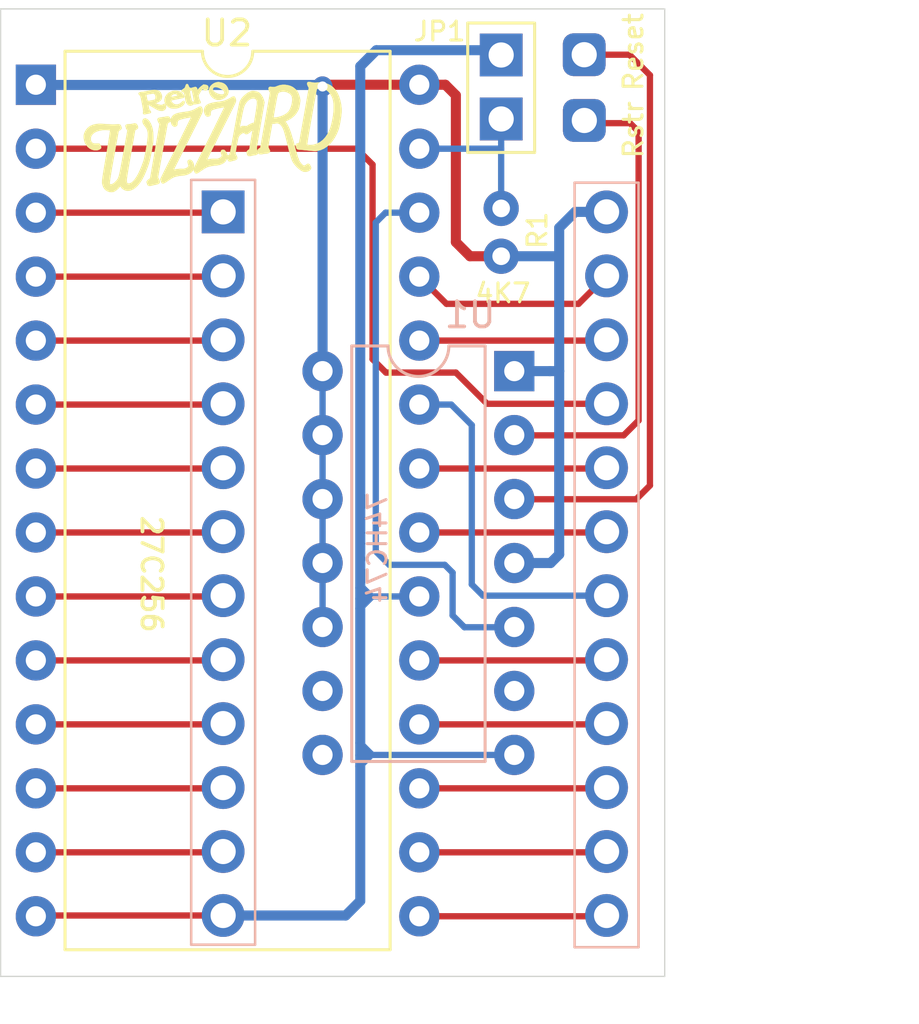
<source format=kicad_pcb>
(kicad_pcb (version 20171130) (host pcbnew "(5.1.9-17-gb76c5c9433)-1")

  (general
    (thickness 1.6)
    (drawings 5)
    (tracks 139)
    (zones 0)
    (modules 9)
    (nets 32)
  )

  (page A4)
  (layers
    (0 F.Cu signal)
    (31 B.Cu signal)
    (32 B.Adhes user)
    (33 F.Adhes user)
    (34 B.Paste user)
    (35 F.Paste user)
    (36 B.SilkS user)
    (37 F.SilkS user)
    (38 B.Mask user)
    (39 F.Mask user)
    (40 Dwgs.User user)
    (41 Cmts.User user)
    (42 Eco1.User user)
    (43 Eco2.User user)
    (44 Edge.Cuts user)
    (45 Margin user)
    (46 B.CrtYd user)
    (47 F.CrtYd user)
    (48 B.Fab user)
    (49 F.Fab user)
  )

  (setup
    (last_trace_width 0.25)
    (user_trace_width 0.4)
    (user_trace_width 0.5)
    (user_trace_width 1)
    (trace_clearance 0.2)
    (zone_clearance 0.508)
    (zone_45_only no)
    (trace_min 0.2)
    (via_size 0.8)
    (via_drill 0.4)
    (via_min_size 0.4)
    (via_min_drill 0.3)
    (uvia_size 0.3)
    (uvia_drill 0.1)
    (uvias_allowed no)
    (uvia_min_size 0.2)
    (uvia_min_drill 0.1)
    (edge_width 0.05)
    (segment_width 0.2)
    (pcb_text_width 0.3)
    (pcb_text_size 1.5 1.5)
    (mod_edge_width 0.12)
    (mod_text_size 1 1)
    (mod_text_width 0.15)
    (pad_size 1.7 1.7)
    (pad_drill 1)
    (pad_to_mask_clearance 0)
    (aux_axis_origin 0 0)
    (visible_elements 7FFFFFFF)
    (pcbplotparams
      (layerselection 0x010fc_ffffffff)
      (usegerberextensions false)
      (usegerberattributes true)
      (usegerberadvancedattributes true)
      (creategerberjobfile true)
      (excludeedgelayer true)
      (linewidth 0.100000)
      (plotframeref false)
      (viasonmask false)
      (mode 1)
      (useauxorigin false)
      (hpglpennumber 1)
      (hpglpenspeed 20)
      (hpglpendiameter 15.000000)
      (psnegative false)
      (psa4output false)
      (plotreference true)
      (plotvalue true)
      (plotinvisibletext false)
      (padsonsilk false)
      (subtractmaskfromsilk false)
      (outputformat 1)
      (mirror false)
      (drillshape 0)
      (scaleselection 1)
      (outputdirectory "Gerber_V2/"))
  )

  (net 0 "")
  (net 1 /D2)
  (net 2 /D1)
  (net 3 /D0)
  (net 4 /A0)
  (net 5 /A1)
  (net 6 /A2)
  (net 7 /A3)
  (net 8 /A4)
  (net 9 /A5)
  (net 10 /A6)
  (net 11 /A7)
  (net 12 /A12)
  (net 13 /A13)
  (net 14 /A8)
  (net 15 /A9)
  (net 16 /A11)
  (net 17 /OE)
  (net 18 /A10)
  (net 19 /D7)
  (net 20 /D6)
  (net 21 /D5)
  (net 22 /D4)
  (net 23 /D3)
  (net 24 /GND)
  (net 25 /VCC)
  (net 26 "Net-(U1-Pad6)")
  (net 27 "Net-(U1-Pad9)")
  (net 28 "Net-(U1-Pad8)")
  (net 29 /RESET)
  (net 30 /RESTORE)
  (net 31 "Net-(JP1-Pad2)")

  (net_class Default "This is the default net class."
    (clearance 0.2)
    (trace_width 0.25)
    (via_dia 0.8)
    (via_drill 0.4)
    (uvia_dia 0.3)
    (uvia_drill 0.1)
    (add_net /A0)
    (add_net /A1)
    (add_net /A10)
    (add_net /A11)
    (add_net /A12)
    (add_net /A13)
    (add_net /A2)
    (add_net /A3)
    (add_net /A4)
    (add_net /A5)
    (add_net /A6)
    (add_net /A7)
    (add_net /A8)
    (add_net /A9)
    (add_net /D0)
    (add_net /D1)
    (add_net /D2)
    (add_net /D3)
    (add_net /D4)
    (add_net /D5)
    (add_net /D6)
    (add_net /D7)
    (add_net /GND)
    (add_net /OE)
    (add_net /RESET)
    (add_net /RESTORE)
    (add_net /VCC)
    (add_net "Net-(JP1-Pad2)")
    (add_net "Net-(U1-Pad6)")
    (add_net "Net-(U1-Pad8)")
    (add_net "Net-(U1-Pad9)")
  )

  (module Custom_Connector:PinHeader_1x02_P2.54mm_Vertical_custom (layer F.Cu) (tedit 619E8E9E) (tstamp 619E0FE9)
    (at 149.7 61.83)
    (descr "Through hole straight pin header, 1x02, 2.54mm pitch, single row")
    (tags "Through hole pin header THT 1x02 2.54mm single row")
    (path /619EB4B8)
    (fp_text reference JP1 (at -2.4475 -0.93625) (layer F.SilkS)
      (effects (font (size 0.75 0.75) (thickness 0.12)))
    )
    (fp_text value JP_2_Open (at 0 4.87) (layer F.Fab) hide
      (effects (font (size 1 1) (thickness 0.15)))
    )
    (fp_text user %R (at 0 1.27 90) (layer F.Fab)
      (effects (font (size 1 1) (thickness 0.15)))
    )
    (fp_line (start -1.33 3.87) (end 1.33 3.87) (layer F.SilkS) (width 0.12))
    (fp_line (start -1.33 -1.27) (end -1.33 3.87) (layer F.SilkS) (width 0.12))
    (fp_line (start 1.33 -1.27) (end 1.33 3.87) (layer F.SilkS) (width 0.12))
    (fp_line (start -1.33 -1.27) (end 1.3138 -1.27) (layer F.SilkS) (width 0.12))
    (pad 2 thru_hole rect (at 0 2.54) (size 1.7 1.7) (drill 1) (layers *.Cu *.Mask)
      (net 31 "Net-(JP1-Pad2)"))
    (pad 1 thru_hole rect (at 0 0) (size 1.7 1.7) (drill 1) (layers *.Cu *.Mask)
      (net 24 /GND))
    (model ${KISYS3DMOD}/Connector_PinHeader_2.54mm.3dshapes/PinHeader_1x02_P2.54mm_Vertical.wrl
      (at (xyz 0 0 0))
      (scale (xyz 1 1 1))
      (rotate (xyz 0 0 0))
    )
  )

  (module Custom_Resistor:R_Axial_DIN0204_L3.6mm_D1.6mm_P1.90mm_Vertical (layer F.Cu) (tedit 619E23F1) (tstamp 619E0FF7)
    (at 149.7 67.92125 270)
    (descr "Resistor, Axial_DIN0204 series, Axial, Vertical, pin pitch=1.9mm, 0.167W, length*diameter=3.6*1.6mm^2, http://cdn-reichelt.de/documents/datenblatt/B400/1_4W%23YAG.pdf")
    (tags "Resistor Axial_DIN0204 series Axial Vertical pin pitch 1.9mm 0.167W length 3.6mm diameter 1.6mm")
    (path /619E67CB)
    (fp_text reference R1 (at 0.87 -1.43625 90) (layer F.SilkS)
      (effects (font (size 0.75 0.75) (thickness 0.12)))
    )
    (fp_text value R (at 0.95 1.92 90) (layer F.Fab)
      (effects (font (size 1 1) (thickness 0.15)))
    )
    (fp_circle (center 0 0) (end 0.8 0) (layer F.Fab) (width 0.1))
    (fp_line (start -1.05 -1.05) (end -1.05 1.05) (layer F.CrtYd) (width 0.05))
    (fp_line (start -1.05 1.05) (end 2.86 1.05) (layer F.CrtYd) (width 0.05))
    (fp_line (start 2.86 1.05) (end 2.86 -1.05) (layer F.CrtYd) (width 0.05))
    (fp_line (start 2.86 -1.05) (end -1.05 -1.05) (layer F.CrtYd) (width 0.05))
    (fp_text user %R (at 0.95 -1.92 90) (layer F.Fab)
      (effects (font (size 1 1) (thickness 0.15)))
    )
    (pad 2 thru_hole oval (at 1.9 0 270) (size 1.4 1.4) (drill 0.7) (layers *.Cu *.Mask)
      (net 25 /VCC))
    (pad 1 thru_hole circle (at 0 0 270) (size 1.4 1.4) (drill 0.7) (layers *.Cu *.Mask)
      (net 31 "Net-(JP1-Pad2)"))
    (model ${KISYS3DMOD}/Resistor_THT.3dshapes/R_Axial_DIN0204_L3.6mm_D1.6mm_P1.90mm_Vertical.wrl
      (at (xyz 0 0 0))
      (scale (xyz 1 1 1))
      (rotate (xyz 0 0 0))
    )
  )

  (module Wizzard:Wizzard_2000dpi (layer F.Cu) (tedit 0) (tstamp 619D52CD)
    (at 138.17125 65.0425 350)
    (fp_text reference G*** (at 0 0 170) (layer F.SilkS) hide
      (effects (font (size 1.524 1.524) (thickness 0.3)))
    )
    (fp_text value LOGO (at 0.75 0 170) (layer F.SilkS) hide
      (effects (font (size 1.524 1.524) (thickness 0.3)))
    )
    (fp_poly (pts (xy -2.624744 -0.2189) (xy -2.560153 -0.183792) (xy -2.496892 -0.128234) (xy -2.436823 -0.054647)
      (xy -2.381807 0.034551) (xy -2.333705 0.13694) (xy -2.294378 0.250101) (xy -2.28137 0.29845)
      (xy -2.26165 0.382565) (xy -2.246249 0.459755) (xy -2.2347 0.535019) (xy -2.226535 0.613357)
      (xy -2.221287 0.699768) (xy -2.21849 0.799252) (xy -2.217675 0.916809) (xy -2.217836 0.97817)
      (xy -2.220194 1.14848) (xy -2.225684 1.296839) (xy -2.234541 1.426529) (xy -2.247003 1.540833)
      (xy -2.263307 1.643035) (xy -2.267329 1.6637) (xy -2.278452 1.719118) (xy -2.291685 1.785181)
      (xy -2.304171 1.847624) (xy -2.304217 1.84785) (xy -2.345996 2.024105) (xy -2.397167 2.183267)
      (xy -2.456997 2.324271) (xy -2.524752 2.446051) (xy -2.5997 2.547541) (xy -2.681107 2.627678)
      (xy -2.768241 2.685395) (xy -2.860367 2.719627) (xy -2.909824 2.727776) (xy -2.987936 2.72433)
      (xy -3.065833 2.701664) (xy -3.134385 2.662959) (xy -3.160465 2.640446) (xy -3.208717 2.592195)
      (xy -3.234895 2.646077) (xy -3.264591 2.694881) (xy -3.306455 2.748132) (xy -3.354411 2.79939)
      (xy -3.402383 2.842218) (xy -3.444298 2.870175) (xy -3.447993 2.871937) (xy -3.514566 2.890424)
      (xy -3.592568 2.893202) (xy -3.673525 2.88034) (xy -3.707729 2.869806) (xy -3.787326 2.82861)
      (xy -3.851806 2.767376) (xy -3.894867 2.700012) (xy -3.907786 2.675026) (xy -3.91908 2.652767)
      (xy -3.92887 2.631435) (xy -3.937276 2.609226) (xy -3.944417 2.584338) (xy -3.950414 2.554969)
      (xy -3.955387 2.519316) (xy -3.959455 2.475576) (xy -3.962738 2.421948) (xy -3.965357 2.356627)
      (xy -3.967431 2.277813) (xy -3.969081 2.183703) (xy -3.970426 2.072494) (xy -3.971585 1.942383)
      (xy -3.97268 1.791568) (xy -3.97383 1.618247) (xy -3.974603 1.501766) (xy -3.976151 1.294721)
      (xy -3.977861 1.110301) (xy -3.979724 0.948849) (xy -3.981734 0.810704) (xy -3.983885 0.696207)
      (xy -3.98617 0.605699) (xy -3.988584 0.539521) (xy -3.991118 0.498013) (xy -3.993767 0.481516)
      (xy -3.99415 0.481221) (xy -4.019007 0.48207) (xy -4.062016 0.486811) (xy -4.116417 0.494391)
      (xy -4.175449 0.503754) (xy -4.232353 0.513847) (xy -4.280366 0.523614) (xy -4.3053 0.529758)
      (xy -4.415112 0.568804) (xy -4.508913 0.618836) (xy -4.585209 0.678012) (xy -4.642504 0.744485)
      (xy -4.679304 0.81641) (xy -4.694112 0.891943) (xy -4.685435 0.969237) (xy -4.67872 0.990592)
      (xy -4.647728 1.04897) (xy -4.603791 1.086467) (xy -4.546127 1.10336) (xy -4.47395 1.099931)
      (xy -4.41325 1.085247) (xy -4.371691 1.075211) (xy -4.33654 1.071229) (xy -4.323939 1.072233)
      (xy -4.299874 1.087564) (xy -4.271513 1.1184) (xy -4.244432 1.156844) (xy -4.224203 1.194996)
      (xy -4.2164 1.224605) (xy -4.228018 1.257485) (xy -4.259608 1.29165) (xy -4.306277 1.323204)
      (xy -4.363131 1.348254) (xy -4.377452 1.352779) (xy -4.475608 1.36902) (xy -4.572529 1.361858)
      (xy -4.665514 1.333246) (xy -4.751859 1.28514) (xy -4.828864 1.219494) (xy -4.893826 1.138262)
      (xy -4.944043 1.043398) (xy -4.976813 0.936856) (xy -4.980669 0.916479) (xy -4.987792 0.867399)
      (xy -4.989253 0.827151) (xy -4.984538 0.785104) (xy -4.973132 0.730625) (xy -4.971293 0.722762)
      (xy -4.933859 0.61667) (xy -4.875014 0.523495) (xy -4.795638 0.443978) (xy -4.696613 0.378863)
      (xy -4.578821 0.328895) (xy -4.469962 0.299973) (xy -4.422938 0.291769) (xy -4.357846 0.28241)
      (xy -4.281934 0.272841) (xy -4.202446 0.264008) (xy -4.168358 0.260613) (xy -4.090692 0.252489)
      (xy -4.014493 0.243286) (xy -3.946644 0.233919) (xy -3.894029 0.225305) (xy -3.876696 0.221815)
      (xy -3.795451 0.203784) (xy -3.735346 0.190971) (xy -3.692718 0.183122) (xy -3.663904 0.179984)
      (xy -3.645241 0.1813) (xy -3.633065 0.186818) (xy -3.623714 0.196282) (xy -3.617873 0.203829)
      (xy -3.597249 0.230561) (xy -3.583123 0.248449) (xy -3.555751 0.294492) (xy -3.552764 0.337037)
      (xy -3.574489 0.378145) (xy -3.60903 0.410717) (xy -3.65125 0.443756) (xy -3.655351 1.440956)
      (xy -3.656081 1.637232) (xy -3.656515 1.809662) (xy -3.656595 1.959799) (xy -3.656263 2.089194)
      (xy -3.655461 2.1994) (xy -3.654131 2.29197) (xy -3.652214 2.368456) (xy -3.649652 2.430412)
      (xy -3.646388 2.479388) (xy -3.642362 2.516939) (xy -3.637518 2.544616) (xy -3.631796 2.563972)
      (xy -3.625139 2.576559) (xy -3.617488 2.583931) (xy -3.612445 2.586477) (xy -3.584477 2.585478)
      (xy -3.547283 2.569186) (xy -3.507843 2.541868) (xy -3.473136 2.507791) (xy -3.463741 2.49555)
      (xy -3.438351 2.459825) (xy -3.416217 2.428679) (xy -3.397108 2.400188) (xy -3.380793 2.37243)
      (xy -3.367041 2.343481) (xy -3.355619 2.311418) (xy -3.346296 2.274319) (xy -3.33884 2.230261)
      (xy -3.33302 2.177321) (xy -3.328605 2.113575) (xy -3.325362 2.037102) (xy -3.323061 1.945979)
      (xy -3.321469 1.838281) (xy -3.320355 1.712087) (xy -3.319487 1.565474) (xy -3.318634 1.396519)
      (xy -3.318045 1.285786) (xy -3.312924 0.368122) (xy -3.352482 0.328564) (xy -3.374881 0.303348)
      (xy -3.385424 0.285694) (xy -3.385093 0.282058) (xy -3.386758 0.268518) (xy -3.396233 0.25503)
      (xy -3.413371 0.227061) (xy -3.422618 0.201699) (xy -3.419546 0.167326) (xy -3.392046 0.138681)
      (xy -3.340491 0.116029) (xy -3.281005 0.102193) (xy -3.229091 0.090811) (xy -3.180192 0.07622)
      (xy -3.150901 0.064351) (xy -3.093858 0.039434) (xy -3.050301 0.030959) (xy -3.01459 0.038648)
      (xy -2.987741 0.056371) (xy -2.95403 0.09264) (xy -2.928163 0.135034) (xy -2.914129 0.175588)
      (xy -2.914506 0.202746) (xy -2.928496 0.225768) (xy -2.954493 0.254781) (xy -2.966058 0.265529)
      (xy -3.0099 0.304023) (xy -3.0099 1.276629) (xy -3.009845 1.460799) (xy -3.009657 1.621357)
      (xy -3.009302 1.760091) (xy -3.008747 1.878788) (xy -3.007957 1.979237) (xy -3.006899 2.063226)
      (xy -3.005539 2.132542) (xy -3.003844 2.188973) (xy -3.001778 2.234308) (xy -2.999309 2.270333)
      (xy -2.996403 2.298838) (xy -2.993025 2.321609) (xy -2.989829 2.337482) (xy -2.973993 2.39266)
      (xy -2.954494 2.424782) (xy -2.927295 2.436188) (xy -2.888358 2.429217) (xy -2.854657 2.415859)
      (xy -2.797268 2.377539) (xy -2.742134 2.314918) (xy -2.689659 2.229029) (xy -2.640245 2.120901)
      (xy -2.594295 1.991568) (xy -2.552211 1.84206) (xy -2.514397 1.673409) (xy -2.481253 1.486647)
      (xy -2.474365 1.44145) (xy -2.468093 1.382477) (xy -2.463353 1.300361) (xy -2.460125 1.194529)
      (xy -2.458391 1.064406) (xy -2.45808 0.93345) (xy -2.459209 0.777194) (xy -2.462508 0.643729)
      (xy -2.468653 0.530485) (xy -2.478322 0.434899) (xy -2.492189 0.354401) (xy -2.510933 0.286426)
      (xy -2.535228 0.228407) (xy -2.565751 0.177778) (xy -2.603179 0.131972) (xy -2.648187 0.088422)
      (xy -2.689922 0.053627) (xy -2.73653 0.006952) (xy -2.768167 -0.04443) (xy -2.784847 -0.096477)
      (xy -2.786587 -0.145146) (xy -2.773403 -0.186395) (xy -2.745311 -0.216182) (xy -2.702326 -0.230465)
      (xy -2.688806 -0.23114) (xy -2.624744 -0.2189)) (layer F.SilkS) (width 0.01))
    (fp_poly (pts (xy 2.76893 -2.50114) (xy 2.865973 -2.473465) (xy 2.948418 -2.430378) (xy 2.949444 -2.429664)
      (xy 2.984066 -2.40682) (xy 3.010918 -2.391544) (xy 3.021604 -2.3876) (xy 3.035858 -2.378092)
      (xy 3.056469 -2.354449) (xy 3.062372 -2.346325) (xy 3.085088 -2.317038) (xy 3.104654 -2.297067)
      (xy 3.107687 -2.294894) (xy 3.122601 -2.278334) (xy 3.1242 -2.271822) (xy 3.131194 -2.254064)
      (xy 3.14855 -2.226148) (xy 3.15405 -2.218478) (xy 3.173953 -2.186044) (xy 3.19753 -2.139742)
      (xy 3.219704 -2.089549) (xy 3.219866 -2.08915) (xy 3.234962 -2.049737) (xy 3.245182 -2.015301)
      (xy 3.251497 -1.97913) (xy 3.254877 -1.934506) (xy 3.256293 -1.874714) (xy 3.256576 -1.83515)
      (xy 3.256246 -1.761634) (xy 3.253948 -1.706481) (xy 3.248868 -1.662679) (xy 3.240193 -1.62322)
      (xy 3.227131 -1.58115) (xy 3.183811 -1.471233) (xy 3.132216 -1.376584) (xy 3.068401 -1.292113)
      (xy 2.988423 -1.212734) (xy 2.888338 -1.133358) (xy 2.869668 -1.119944) (xy 2.811986 -1.078991)
      (xy 2.873594 -1.012571) (xy 2.948745 -0.921952) (xy 3.023462 -0.812148) (xy 3.099124 -0.680993)
      (xy 3.158378 -0.56515) (xy 3.183391 -0.514492) (xy 3.205256 -0.47113) (xy 3.220938 -0.441041)
      (xy 3.226143 -0.4318) (xy 3.23819 -0.409965) (xy 3.256743 -0.372335) (xy 3.282659 -0.31708)
      (xy 3.316793 -0.242371) (xy 3.360003 -0.146377) (xy 3.365835 -0.13335) (xy 3.393382 -0.073346)
      (xy 3.419408 -0.019448) (xy 3.441154 0.022809) (xy 3.455861 0.04789) (xy 3.456911 0.049337)
      (xy 3.473679 0.078634) (xy 3.4798 0.101757) (xy 3.488953 0.128244) (xy 3.49885 0.1397)
      (xy 3.515042 0.165171) (xy 3.5179 0.180853) (xy 3.52594 0.205538) (xy 3.546146 0.237502)
      (xy 3.556 0.24959) (xy 3.57914 0.279704) (xy 3.592659 0.30457) (xy 3.5941 0.31115)
      (xy 3.603525 0.334344) (xy 3.629092 0.368387) (xy 3.666737 0.408738) (xy 3.712394 0.450855)
      (xy 3.738115 0.472074) (xy 3.793738 0.508599) (xy 3.839823 0.522082) (xy 3.877435 0.51256)
      (xy 3.907642 0.480069) (xy 3.908883 0.478002) (xy 3.942657 0.439242) (xy 3.983339 0.419372)
      (xy 4.025076 0.418763) (xy 4.062015 0.437788) (xy 4.083927 0.466887) (xy 4.104104 0.499257)
      (xy 4.12081 0.520325) (xy 4.136449 0.548185) (xy 4.13697 0.585978) (xy 4.136016 0.59236)
      (xy 4.11522 0.645503) (xy 4.073918 0.692037) (xy 4.016746 0.72897) (xy 3.948339 0.753309)
      (xy 3.873333 0.762062) (xy 3.873141 0.762062) (xy 3.8123 0.752549) (xy 3.740326 0.726234)
      (xy 3.66179 0.686276) (xy 3.581267 0.635836) (xy 3.503327 0.578074) (xy 3.432544 0.516149)
      (xy 3.373489 0.453222) (xy 3.330737 0.392453) (xy 3.3262 0.384081) (xy 3.312878 0.358847)
      (xy 3.290848 0.317564) (xy 3.263478 0.26653) (xy 3.241349 0.225415) (xy 3.207818 0.160565)
      (xy 3.169989 0.083231) (xy 3.133168 0.004443) (xy 3.109885 -0.04786) (xy 3.045049 -0.197219)
      (xy 2.988954 -0.325174) (xy 2.940577 -0.433768) (xy 2.898894 -0.525046) (xy 2.862882 -0.601051)
      (xy 2.831518 -0.663827) (xy 2.803779 -0.715419) (xy 2.778642 -0.75787) (xy 2.755082 -0.793223)
      (xy 2.732078 -0.823524) (xy 2.708606 -0.850815) (xy 2.707056 -0.852516) (xy 2.643543 -0.909949)
      (xy 2.579986 -0.942414) (xy 2.514749 -0.950294) (xy 2.446194 -0.933972) (xy 2.416711 -0.920354)
      (xy 2.378995 -0.906646) (xy 2.346325 -0.901779) (xy 2.3114 -0.9017) (xy 2.3114 -0.427419)
      (xy 2.311446 -0.305072) (xy 2.31167 -0.205607) (xy 2.312202 -0.126506) (xy 2.313169 -0.065252)
      (xy 2.3147 -0.019327) (xy 2.316924 0.013787) (xy 2.31997 0.036607) (xy 2.323965 0.051652)
      (xy 2.329039 0.061439) (xy 2.33532 0.068486) (xy 2.3368 0.06985) (xy 2.355812 0.091806)
      (xy 2.3622 0.106863) (xy 2.371857 0.123882) (xy 2.3876 0.136752) (xy 2.40817 0.16293)
      (xy 2.413186 0.199864) (xy 2.402876 0.238412) (xy 2.384425 0.26364) (xy 2.337469 0.295565)
      (xy 2.283401 0.314656) (xy 2.256598 0.317624) (xy 2.230334 0.322956) (xy 2.191241 0.336612)
      (xy 2.159 0.350513) (xy 2.094284 0.375279) (xy 2.041255 0.384139) (xy 2.002816 0.376863)
      (xy 1.987562 0.364114) (xy 1.976034 0.35228) (xy 1.965206 0.356443) (xy 1.949391 0.379591)
      (xy 1.945439 0.386236) (xy 1.917396 0.420667) (xy 1.878043 0.441025) (xy 1.864577 0.445001)
      (xy 1.820723 0.459055) (xy 1.769087 0.478832) (xy 1.741172 0.490868) (xy 1.696895 0.509464)
      (xy 1.656229 0.523955) (xy 1.636546 0.529305) (xy 1.59926 0.527943) (xy 1.564774 0.512832)
      (xy 1.541624 0.488946) (xy 1.5367 0.471162) (xy 1.527487 0.443371) (xy 1.51765 0.431799)
      (xy 1.499312 0.401932) (xy 1.501289 0.363923) (xy 1.522499 0.323315) (xy 1.54324 0.300708)
      (xy 1.587881 0.259812) (xy 1.584515 -0.124443) (xy 1.58115 -0.508699) (xy 1.501875 -0.413694)
      (xy 1.449177 -0.356161) (xy 1.404227 -0.320511) (xy 1.364287 -0.305491) (xy 1.326618 -0.309851)
      (xy 1.30214 -0.322427) (xy 1.270678 -0.338519) (xy 1.24311 -0.339203) (xy 1.213413 -0.32271)
      (xy 1.175562 -0.287271) (xy 1.172856 -0.284458) (xy 1.144738 -0.254525) (xy 1.122529 -0.227798)
      (xy 1.105529 -0.200858) (xy 1.093035 -0.170289) (xy 1.084348 -0.13267) (xy 1.078764 -0.084586)
      (xy 1.075584 -0.022616) (xy 1.074105 0.056656) (xy 1.073626 0.156649) (xy 1.073562 0.199456)
      (xy 1.073599 0.30157) (xy 1.074104 0.381208) (xy 1.075243 0.441292) (xy 1.077184 0.484744)
      (xy 1.080093 0.514487) (xy 1.084137 0.533443) (xy 1.089482 0.544533) (xy 1.093479 0.548706)
      (xy 1.128453 0.584785) (xy 1.158128 0.629014) (xy 1.177087 0.672297) (xy 1.1811 0.695877)
      (xy 1.169477 0.733002) (xy 1.138382 0.768345) (xy 1.093475 0.796439) (xy 1.0668 0.806294)
      (xy 1.036295 0.818253) (xy 0.997103 0.837521) (xy 0.981988 0.845868) (xy 0.923309 0.871086)
      (xy 0.874785 0.873188) (xy 0.83564 0.851984) (xy 0.805098 0.807286) (xy 0.80281 0.802252)
      (xy 0.789625 0.773953) (xy 0.782788 0.767092) (xy 0.778894 0.779656) (xy 0.777721 0.7874)
      (xy 0.753147 0.871427) (xy 0.705528 0.947391) (xy 0.636395 1.013654) (xy 0.547275 1.068577)
      (xy 0.493066 1.092296) (xy 0.445413 1.109911) (xy 0.405725 1.12319) (xy 0.380808 1.129901)
      (xy 0.377284 1.1303) (xy 0.353282 1.134889) (xy 0.312087 1.147197) (xy 0.259892 1.165029)
      (xy 0.20289 1.186193) (xy 0.147275 1.208494) (xy 0.10795 1.225678) (xy 0.071759 1.245033)
      (xy 0.032489 1.272096) (xy -0.013438 1.309772) (xy -0.069599 1.360969) (xy -0.1294 1.41861)
      (xy -0.187893 1.475552) (xy -0.231643 1.516835) (xy -0.26379 1.54484) (xy -0.287471 1.561946)
      (xy -0.305824 1.570537) (xy -0.321988 1.572993) (xy -0.332195 1.572487) (xy -0.35446 1.568472)
      (xy -0.37298 1.558512) (xy -0.392085 1.538301) (xy -0.416107 1.503526) (xy -0.440012 1.465206)
      (xy -0.449627 1.453553) (xy -0.458681 1.457279) (xy -0.471019 1.479699) (xy -0.479889 1.499567)
      (xy -0.519292 1.562397) (xy -0.579352 1.622023) (xy -0.655336 1.67452) (xy -0.739366 1.714757)
      (xy -0.786894 1.73234) (xy -0.826455 1.745577) (xy -0.851222 1.752224) (xy -0.854616 1.7526)
      (xy -0.878618 1.757189) (xy -0.919813 1.769497) (xy -0.972008 1.787329) (xy -1.02901 1.808493)
      (xy -1.084625 1.830794) (xy -1.12395 1.847978) (xy -1.160301 1.86743) (xy -1.199753 1.894645)
      (xy -1.245897 1.932539) (xy -1.302322 1.984029) (xy -1.360421 2.040047) (xy -1.429053 2.106093)
      (xy -1.483257 2.154108) (xy -1.525893 2.184669) (xy -1.55982 2.198357) (xy -1.587894 2.19575)
      (xy -1.612976 2.177429) (xy -1.637923 2.143972) (xy -1.662676 2.101301) (xy -1.690826 2.049952)
      (xy -1.665142 1.955251) (xy -1.645077 1.883432) (xy -1.617836 1.789375) (xy -1.583997 1.675027)
      (xy -1.544134 1.542338) (xy -1.503845 1.4097) (xy -1.483075 1.341518) (xy -1.461913 1.271862)
      (xy -1.443206 1.210109) (xy -1.432537 1.17475) (xy -1.415823 1.119466) (xy -1.395435 1.052421)
      (xy -1.37518 0.986128) (xy -1.37071 0.97155) (xy -1.34954 0.902034) (xy -1.32593 0.823684)
      (xy -1.304527 0.751924) (xy -1.301873 0.74295) (xy -1.282028 0.676222) (xy -1.260176 0.603468)
      (xy -1.240487 0.538561) (xy -1.237309 0.528176) (xy -1.222942 0.478904) (xy -1.21215 0.437289)
      (xy -1.206781 0.410606) (xy -1.2065 0.406891) (xy -1.200083 0.381352) (xy -1.195139 0.374015)
      (xy -1.18556 0.355051) (xy -1.174664 0.321307) (xy -1.170478 0.3048) (xy -1.163525 0.277318)
      (xy -1.15178 0.234244) (xy -1.134876 0.174305) (xy -1.112445 0.09623) (xy -1.08412 -0.001252)
      (xy -1.049533 -0.119412) (xy -1.008319 -0.259522) (xy -0.96689 -0.399903) (xy -0.948279 -0.463572)
      (xy -0.93257 -0.518604) (xy -0.921049 -0.560396) (xy -0.915001 -0.584347) (xy -0.9144 -0.587946)
      (xy -0.923892 -0.58988) (xy -0.946977 -0.580573) (xy -0.949325 -0.579317) (xy -0.981551 -0.564746)
      (xy -1.025981 -0.548172) (xy -1.0541 -0.539016) (xy -1.09523 -0.524415) (xy -1.150753 -0.501915)
      (xy -1.212352 -0.474985) (xy -1.254565 -0.455389) (xy -1.318014 -0.423969) (xy -1.361422 -0.397798)
      (xy -1.388129 -0.37221) (xy -1.401477 -0.342538) (xy -1.404809 -0.304115) (xy -1.401467 -0.252273)
      (xy -1.4013 -0.250475) (xy -1.397838 -0.2063) (xy -1.399479 -0.178975) (xy -1.40874 -0.160081)
      (xy -1.428139 -0.1412) (xy -1.435968 -0.134569) (xy -1.469071 -0.111295) (xy -1.49885 -0.104137)
      (xy -1.522105 -0.106213) (xy -1.574291 -0.12698) (xy -1.619661 -0.169043) (xy -1.654082 -0.228439)
      (xy -1.656823 -0.235337) (xy -1.677925 -0.290592) (xy -1.731138 -0.238955) (xy -1.78435 -0.187318)
      (xy -1.787799 0.901804) (xy -1.791248 1.990925) (xy -1.739304 2.05664) (xy -1.701678 2.115424)
      (xy -1.688188 2.166379) (xy -1.698944 2.209866) (xy -1.73406 2.246251) (xy -1.793647 2.275896)
      (xy -1.8084 2.281011) (xy -1.854077 2.298086) (xy -1.90955 2.321773) (xy -1.958658 2.344926)
      (xy -2.026513 2.374195) (xy -2.07923 2.385844) (xy -2.119706 2.38014) (xy -2.1463 2.3622)
      (xy -2.165092 2.337653) (xy -2.1717 2.319305) (xy -2.18066 2.297047) (xy -2.19075 2.286)
      (xy -2.209375 2.25604) (xy -2.205012 2.217078) (xy -2.177962 2.170256) (xy -2.152444 2.140419)
      (xy -2.095088 2.079699) (xy -2.098469 0.982941) (xy -2.10185 -0.113816) (xy -2.128919 -0.132774)
      (xy -2.149852 -0.154492) (xy -2.17464 -0.189988) (xy -2.189961 -0.216702) (xy -2.208672 -0.254252)
      (xy -2.216128 -0.27778) (xy -2.213476 -0.295429) (xy -2.203495 -0.312865) (xy -2.19281 -0.327784)
      (xy -2.180228 -0.339784) (xy -2.161418 -0.350926) (xy -2.132044 -0.363273) (xy -2.087773 -0.378885)
      (xy -2.024273 -0.399825) (xy -2.01295 -0.403511) (xy -1.957765 -0.421871) (xy -1.907419 -0.439338)
      (xy -1.869878 -0.453121) (xy -1.859615 -0.457237) (xy -1.809598 -0.46788) (xy -1.766725 -0.454208)
      (xy -1.730646 -0.416097) (xy -1.726628 -0.409661) (xy -1.698045 -0.36195) (xy -1.683321 -0.425828)
      (xy -1.666548 -0.479555) (xy -1.641152 -0.52706) (xy -1.604879 -0.5698) (xy -1.555476 -0.609231)
      (xy -1.490687 -0.646807) (xy -1.408261 -0.683986) (xy -1.305941 -0.722222) (xy -1.181475 -0.762972)
      (xy -1.143 -0.774832) (xy -1.036431 -0.811337) (xy -0.946225 -0.852342) (xy -0.863352 -0.902818)
      (xy -0.778779 -0.967741) (xy -0.753246 -0.98946) (xy -0.694971 -1.037656) (xy -0.65031 -1.067746)
      (xy -0.615565 -1.080215) (xy -0.587041 -1.075546) (xy -0.561042 -1.054223) (xy -0.534724 -1.018064)
      (xy -0.508063 -0.967575) (xy -0.496835 -0.918615) (xy -0.5002 -0.862915) (xy -0.513251 -0.80645)
      (xy -0.529282 -0.749486) (xy -0.549195 -0.679808) (xy -0.571704 -0.601816) (xy -0.595517 -0.519908)
      (xy -0.619346 -0.438485) (xy -0.641901 -0.361944) (xy -0.661894 -0.294686) (xy -0.678034 -0.241109)
      (xy -0.689033 -0.205612) (xy -0.691913 -0.19685) (xy -0.701285 -0.167927) (xy -0.716238 -0.119825)
      (xy -0.735187 -0.057732) (xy -0.756545 0.013165) (xy -0.773445 0.06985) (xy -0.800115 0.159391)
      (xy -0.829893 0.258822) (xy -0.859739 0.358025) (xy -0.886615 0.446884) (xy -0.895543 0.47625)
      (xy -0.9174 0.548359) (xy -0.938291 0.617917) (xy -0.956314 0.678551) (xy -0.969569 0.72389)
      (xy -0.97319 0.7366) (xy -0.998971 0.827424) (xy -1.021582 0.904667) (xy -1.04426 0.979326)
      (xy -1.051696 1.0033) (xy -1.066684 1.051959) (xy -1.085874 1.115012) (xy -1.106243 1.182502)
      (xy -1.11724 1.2192) (xy -1.138062 1.288713) (xy -1.160491 1.363297) (xy -1.180973 1.431139)
      (xy -1.189225 1.458354) (xy -1.202987 1.506495) (xy -1.212288 1.544718) (xy -1.21576 1.567115)
      (xy -1.215168 1.570365) (xy -1.201174 1.568969) (xy -1.173296 1.558129) (xy -1.160106 1.55177)
      (xy -1.122932 1.53715) (xy -1.069532 1.521199) (xy -1.008844 1.506056) (xy -0.949802 1.49386)
      (xy -0.901344 1.486752) (xy -0.884467 1.485775) (xy -0.839735 1.476704) (xy -0.788453 1.453514)
      (xy -0.740192 1.421713) (xy -0.704522 1.386813) (xy -0.699223 1.379118) (xy -0.683212 1.347158)
      (xy -0.677355 1.322504) (xy -0.67838 1.317302) (xy -0.688857 1.297674) (xy -0.706815 1.265196)
      (xy -0.717715 1.245777) (xy -0.743179 1.18703) (xy -0.746353 1.140253) (xy -0.727175 1.105125)
      (xy -0.686069 1.081496) (xy -0.63431 1.075728) (xy -0.584741 1.095252) (xy -0.537406 1.140049)
      (xy -0.537028 1.140521) (xy -0.49961 1.191335) (xy -0.47666 1.235628) (xy -0.463758 1.283864)
      (xy -0.458186 1.32715) (xy -0.45085 1.40335) (xy -0.429432 1.3208) (xy -0.416012 1.271119)
      (xy -0.397315 1.20535) (xy -0.372836 1.12178) (xy -0.342069 1.018696) (xy -0.304509 0.894384)
      (xy -0.271945 0.7874) (xy -0.251175 0.719218) (xy -0.230013 0.649562) (xy -0.211306 0.587809)
      (xy -0.200637 0.55245) (xy -0.183923 0.497166) (xy -0.163535 0.430121) (xy -0.14328 0.363828)
      (xy -0.13881 0.34925) (xy -0.11764 0.279734) (xy -0.09403 0.201384) (xy -0.072627 0.129624)
      (xy -0.069973 0.12065) (xy -0.050128 0.053922) (xy -0.028276 -0.018832) (xy -0.008587 -0.083739)
      (xy -0.005409 -0.094124) (xy 0.008958 -0.143396) (xy 0.01975 -0.185011) (xy 0.025119 -0.211694)
      (xy 0.0254 -0.215409) (xy 0.031817 -0.240948) (xy 0.036761 -0.248285) (xy 0.04634 -0.267249)
      (xy 0.057236 -0.300993) (xy 0.061422 -0.3175) (xy 0.068375 -0.344982) (xy 0.08012 -0.388056)
      (xy 0.097024 -0.447995) (xy 0.119455 -0.52607) (xy 0.14778 -0.623552) (xy 0.182367 -0.741712)
      (xy 0.223581 -0.881822) (xy 0.26501 -1.022203) (xy 0.283621 -1.085872) (xy 0.29933 -1.140904)
      (xy 0.310851 -1.182696) (xy 0.316899 -1.206647) (xy 0.3175 -1.210246) (xy 0.308008 -1.21218)
      (xy 0.284923 -1.202873) (xy 0.282575 -1.201617) (xy 0.250349 -1.187046) (xy 0.205919 -1.170472)
      (xy 0.1778 -1.161316) (xy 0.13667 -1.146715) (xy 0.081147 -1.124215) (xy 0.019548 -1.097285)
      (xy -0.022665 -1.077689) (xy -0.086114 -1.046269) (xy -0.129522 -1.020098) (xy -0.156229 -0.99451)
      (xy -0.169577 -0.964838) (xy -0.172909 -0.926415) (xy -0.169567 -0.874573) (xy -0.1694 -0.872775)
      (xy -0.165938 -0.8286) (xy -0.167579 -0.801275) (xy -0.17684 -0.782381) (xy -0.196239 -0.7635)
      (xy -0.204068 -0.756869) (xy -0.251363 -0.730187) (xy -0.298937 -0.728038) (xy -0.345127 -0.74963)
      (xy -0.38827 -0.79417) (xy -0.426705 -0.860865) (xy -0.427948 -0.8636) (xy -0.446706 -0.911543)
      (xy -0.454582 -0.953974) (xy -0.453991 -1.005083) (xy -0.453406 -1.013258) (xy -0.444438 -1.07164)
      (xy -0.425632 -1.123287) (xy -0.394982 -1.169618) (xy -0.350481 -1.212052) (xy -0.290125 -1.25201)
      (xy -0.211907 -1.290912) (xy -0.113821 -1.330176) (xy 0.006138 -1.371224) (xy 0.0889 -1.397132)
      (xy 0.195469 -1.433637) (xy 0.285675 -1.474642) (xy 0.368548 -1.525118) (xy 0.453121 -1.590041)
      (xy 0.478654 -1.61176) (xy 0.536929 -1.659956) (xy 0.58159 -1.690046) (xy 0.616335 -1.702515)
      (xy 0.644859 -1.697846) (xy 0.670858 -1.676523) (xy 0.697176 -1.640364) (xy 0.723837 -1.589875)
      (xy 0.735065 -1.540915) (xy 0.7317 -1.485215) (xy 0.718649 -1.42875) (xy 0.702618 -1.371786)
      (xy 0.682705 -1.302108) (xy 0.660196 -1.224116) (xy 0.636383 -1.142208) (xy 0.612554 -1.060785)
      (xy 0.589999 -0.984244) (xy 0.570006 -0.916986) (xy 0.553866 -0.863409) (xy 0.542867 -0.827912)
      (xy 0.539987 -0.81915) (xy 0.530615 -0.790227) (xy 0.515662 -0.742125) (xy 0.496713 -0.680032)
      (xy 0.475355 -0.609135) (xy 0.458455 -0.55245) (xy 0.431785 -0.462909) (xy 0.402007 -0.363478)
      (xy 0.372161 -0.264275) (xy 0.345285 -0.175416) (xy 0.336357 -0.14605) (xy 0.3145 -0.073941)
      (xy 0.293609 -0.004383) (xy 0.275586 0.056251) (xy 0.262331 0.10159) (xy 0.25871 0.1143)
      (xy 0.232929 0.205124) (xy 0.210318 0.282367) (xy 0.18764 0.357026) (xy 0.180204 0.381)
      (xy 0.165216 0.429659) (xy 0.146026 0.492712) (xy 0.125657 0.560202) (xy 0.11466 0.5969)
      (xy 0.093838 0.666413) (xy 0.071409 0.740997) (xy 0.050927 0.808839) (xy 0.042675 0.836054)
      (xy 0.028913 0.884195) (xy 0.019612 0.922418) (xy 0.01614 0.944815) (xy 0.016732 0.948065)
      (xy 0.030726 0.946669) (xy 0.058604 0.935829) (xy 0.071794 0.92947) (xy 0.108968 0.91485)
      (xy 0.162368 0.898899) (xy 0.223056 0.883756) (xy 0.282098 0.87156) (xy 0.330556 0.864452)
      (xy 0.347433 0.863475) (xy 0.392165 0.854404) (xy 0.443447 0.831214) (xy 0.491708 0.799413)
      (xy 0.527378 0.764513) (xy 0.532677 0.756818) (xy 0.548688 0.724858) (xy 0.554545 0.700204)
      (xy 0.55352 0.695002) (xy 0.543043 0.675374) (xy 0.525085 0.642896) (xy 0.514185 0.623477)
      (xy 0.490419 0.573618) (xy 0.483572 0.534911) (xy 0.492621 0.500533) (xy 0.495031 0.4958)
      (xy 0.521793 0.469771) (xy 0.562453 0.455185) (xy 0.606972 0.454987) (xy 0.621296 0.458753)
      (xy 0.651465 0.477612) (xy 0.686804 0.511376) (xy 0.720799 0.552395) (xy 0.746934 0.593021)
      (xy 0.757441 0.618566) (xy 0.772769 0.642266) (xy 0.799503 0.644759) (xy 0.83185 0.627707)
      (xy 0.836378 0.623782) (xy 0.840349 0.618207) (xy 0.843811 0.609343) (xy 0.846814 0.595555)
      (xy 0.849406 0.575204) (xy 0.851637 0.546656) (xy 0.853558 0.508272) (xy 0.855215 0.458416)
      (xy 0.856661 0.395451) (xy 0.857943 0.317741) (xy 0.85911 0.223649) (xy 0.860213 0.111537)
      (xy 0.861301 -0.02023) (xy 0.862423 -0.17329) (xy 0.863628 -0.34928) (xy 0.864289 -0.448215)
      (xy 0.864919 -0.541665) (xy 1.062679 -0.541665) (xy 1.111352 -0.578808) (xy 1.144268 -0.600587)
      (xy 1.177121 -0.612346) (xy 1.220639 -0.617331) (xy 1.241198 -0.618097) (xy 1.283701 -0.619985)
      (xy 1.312836 -0.625572) (xy 1.337219 -0.63887) (xy 1.365462 -0.663896) (xy 1.388261 -0.686629)
      (xy 1.432621 -0.725872) (xy 1.4825 -0.761926) (xy 1.521806 -0.784287) (xy 1.589463 -0.815562)
      (xy 1.584532 -1.192006) (xy 1.582499 -1.318398) (xy 1.579782 -1.422034) (xy 1.576009 -1.50556)
      (xy 1.570807 -1.571619) (xy 1.563802 -1.622853) (xy 1.55462 -1.661908) (xy 1.542889 -1.691425)
      (xy 1.528235 -1.714049) (xy 1.510285 -1.732424) (xy 1.507942 -1.734427) (xy 1.461246 -1.758371)
      (xy 1.406695 -1.76147) (xy 1.347913 -1.745538) (xy 1.288523 -1.712387) (xy 1.232148 -1.663833)
      (xy 1.182414 -1.601687) (xy 1.157476 -1.559038) (xy 1.137031 -1.517416) (xy 1.120402 -1.478143)
      (xy 1.107125 -1.437905) (xy 1.096736 -1.393393) (xy 1.08877 -1.341295) (xy 1.082764 -1.278299)
      (xy 1.078252 -1.201096) (xy 1.074772 -1.106373) (xy 1.071859 -0.990819) (xy 1.070804 -0.940758)
      (xy 1.062679 -0.541665) (xy 0.864919 -0.541665) (xy 0.865562 -0.63679) (xy 0.866736 -0.801696)
      (xy 0.867863 -0.944661) (xy 0.868992 -1.067416) (xy 0.870176 -1.171688) (xy 0.871463 -1.25921)
      (xy 0.872907 -1.331708) (xy 0.874556 -1.390914) (xy 0.876462 -1.438557) (xy 0.878675 -1.476366)
      (xy 0.881247 -1.506071) (xy 0.884228 -1.529401) (xy 0.887668 -1.548086) (xy 0.891619 -1.563856)
      (xy 0.896132 -1.57844) (xy 0.897584 -1.582787) (xy 0.935951 -1.679317) (xy 0.983397 -1.763399)
      (xy 1.045347 -1.843701) (xy 1.09287 -1.894831) (xy 1.157461 -1.956628) (xy 1.214307 -2.000113)
      (xy 1.269603 -2.028207) (xy 1.329543 -2.043834) (xy 1.40032 -2.049914) (xy 1.4224 -2.0503)
      (xy 1.481184 -2.049429) (xy 1.523731 -2.044742) (xy 1.559107 -2.034587) (xy 1.59246 -2.019333)
      (xy 1.654082 -1.977518) (xy 1.716165 -1.916933) (xy 1.773372 -1.843538) (xy 1.81879 -1.766484)
      (xy 1.86055 -1.68275) (xy 1.864119 -0.743234) (xy 1.864854 -0.563818) (xy 1.865627 -0.408156)
      (xy 1.866475 -0.274602) (xy 1.867438 -0.161508) (xy 1.868553 -0.067231) (xy 1.869861 0.009878)
      (xy 1.871398 0.071464) (xy 1.873204 0.119173) (xy 1.875317 0.154652) (xy 1.877775 0.179546)
      (xy 1.880618 0.195502) (xy 1.883883 0.204166) (xy 1.886344 0.206722) (xy 1.90207 0.227009)
      (xy 1.905 0.241931) (xy 1.910541 0.262221) (xy 1.917941 0.2667) (xy 1.925193 0.256354)
      (xy 1.923308 0.236516) (xy 1.92317 0.212516) (xy 1.937959 0.186887) (xy 1.961166 0.162208)
      (xy 2.0066 0.118084) (xy 2.0066 -1.453455) (xy 2.31301 -1.453455) (xy 2.313139 -1.364419)
      (xy 2.313645 -1.288732) (xy 2.314509 -1.229452) (xy 2.31571 -1.189641) (xy 2.317125 -1.172718)
      (xy 2.322869 -1.159122) (xy 2.334254 -1.152673) (xy 2.355309 -1.153883) (xy 2.390063 -1.163263)
      (xy 2.442546 -1.181323) (xy 2.473315 -1.192526) (xy 2.57228 -1.236161) (xy 2.66512 -1.290906)
      (xy 2.747357 -1.353261) (xy 2.814513 -1.419726) (xy 2.862108 -1.486799) (xy 2.87019 -1.502742)
      (xy 2.902007 -1.589918) (xy 2.923466 -1.688216) (xy 2.934367 -1.791389) (xy 2.934507 -1.893194)
      (xy 2.923684 -1.987384) (xy 2.901696 -2.067717) (xy 2.889361 -2.095284) (xy 2.848815 -2.147658)
      (xy 2.790033 -2.189225) (xy 2.718315 -2.218722) (xy 2.638965 -2.234883) (xy 2.557285 -2.236446)
      (xy 2.478577 -2.222146) (xy 2.432439 -2.204197) (xy 2.403403 -2.190355) (xy 2.37972 -2.178314)
      (xy 2.360826 -2.165483) (xy 2.346158 -2.14927) (xy 2.335153 -2.127083) (xy 2.327245 -2.096329)
      (xy 2.321873 -2.054417) (xy 2.318472 -1.998754) (xy 2.316478 -1.926748) (xy 2.315329 -1.835808)
      (xy 2.31446 -1.723341) (xy 2.313964 -1.659332) (xy 2.313279 -1.55278) (xy 2.31301 -1.453455)
      (xy 2.0066 -1.453455) (xy 2.0066 -2.103773) (xy 1.97485 -2.1336) (xy 1.952963 -2.159539)
      (xy 1.942778 -2.182171) (xy 1.942696 -2.183439) (xy 1.935032 -2.209295) (xy 1.924518 -2.22691)
      (xy 1.9132 -2.258458) (xy 1.925397 -2.294175) (xy 1.940648 -2.314575) (xy 1.9595 -2.327873)
      (xy 1.991122 -2.334821) (xy 2.040949 -2.3368) (xy 2.093506 -2.339382) (xy 2.138271 -2.349085)
      (xy 2.183482 -2.368849) (xy 2.237376 -2.401615) (xy 2.25425 -2.412912) (xy 2.343066 -2.460337)
      (xy 2.444356 -2.493002) (xy 2.552707 -2.510778) (xy 2.662703 -2.513534) (xy 2.76893 -2.50114)) (layer F.SilkS) (width 0.01))
    (fp_poly (pts (xy 4.068796 -2.85416) (xy 4.205494 -2.838349) (xy 4.327555 -2.80314) (xy 4.438295 -2.747104)
      (xy 4.541028 -2.668812) (xy 4.576144 -2.63545) (xy 4.663329 -2.533864) (xy 4.743541 -2.412078)
      (xy 4.814458 -2.274866) (xy 4.873755 -2.127001) (xy 4.919109 -1.973253) (xy 4.935526 -1.897282)
      (xy 4.945272 -1.828875) (xy 4.952873 -1.741596) (xy 4.958255 -1.641351) (xy 4.961344 -1.534049)
      (xy 4.962065 -1.425598) (xy 4.960347 -1.321906) (xy 4.956114 -1.228882) (xy 4.949294 -1.152434)
      (xy 4.94518 -1.12395) (xy 4.905679 -0.94487) (xy 4.851186 -0.779059) (xy 4.782788 -0.628148)
      (xy 4.701573 -0.493766) (xy 4.608629 -0.377543) (xy 4.505043 -0.281109) (xy 4.391903 -0.206094)
      (xy 4.306288 -0.166697) (xy 4.268275 -0.152619) (xy 4.233843 -0.1413) (xy 4.19912 -0.132145)
      (xy 4.16023 -0.124562) (xy 4.113301 -0.117955) (xy 4.054457 -0.111732) (xy 3.979826 -0.105297)
      (xy 3.885534 -0.098057) (xy 3.833673 -0.094233) (xy 3.751683 -0.088071) (xy 3.675168 -0.082032)
      (xy 3.608933 -0.076516) (xy 3.557784 -0.071926) (xy 3.526525 -0.068664) (xy 3.524114 -0.06835)
      (xy 3.482763 -0.067271) (xy 3.450504 -0.080088) (xy 3.437617 -0.089385) (xy 3.415704 -0.112258)
      (xy 3.408079 -0.132097) (xy 3.408623 -0.134473) (xy 3.407149 -0.154517) (xy 3.402261 -0.159577)
      (xy 3.384735 -0.181892) (xy 3.373078 -0.216457) (xy 3.371249 -0.250195) (xy 3.372785 -0.256949)
      (xy 3.388573 -0.276727) (xy 3.419417 -0.298061) (xy 3.436609 -0.306666) (xy 3.4925 -0.331389)
      (xy 3.4925 -1.42877) (xy 3.81 -1.42877) (xy 3.81007 -1.22886) (xy 3.810295 -1.053019)
      (xy 3.810692 -0.899916) (xy 3.811282 -0.768221) (xy 3.812083 -0.656603) (xy 3.813115 -0.563731)
      (xy 3.814396 -0.488275) (xy 3.815947 -0.428904) (xy 3.817785 -0.384288) (xy 3.81993 -0.353095)
      (xy 3.822401 -0.333996) (xy 3.825218 -0.325659) (xy 3.825875 -0.325142) (xy 3.857728 -0.319847)
      (xy 3.906183 -0.322361) (xy 3.964049 -0.331588) (xy 4.024137 -0.346438) (xy 4.070937 -0.362403)
      (xy 4.194575 -0.424858) (xy 4.30404 -0.508082) (xy 4.398884 -0.611474) (xy 4.478659 -0.73443)
      (xy 4.542916 -0.876348) (xy 4.591208 -1.036625) (xy 4.599404 -1.07315) (xy 4.614948 -1.16822)
      (xy 4.626078 -1.281651) (xy 4.632701 -1.406778) (xy 4.634723 -1.536932) (xy 4.63205 -1.665447)
      (xy 4.624589 -1.785655) (xy 4.612245 -1.890889) (xy 4.611013 -1.89865) (xy 4.588 -2.025301)
      (xy 4.562887 -2.130795) (xy 4.534003 -2.219372) (xy 4.499675 -2.295273) (xy 4.458231 -2.362737)
      (xy 4.407998 -2.426005) (xy 4.399087 -2.435962) (xy 4.316064 -2.515041) (xy 4.230691 -2.570461)
      (xy 4.139369 -2.603934) (xy 4.0385 -2.617172) (xy 4.017252 -2.617542) (xy 3.949145 -2.612374)
      (xy 3.889989 -2.598012) (xy 3.844994 -2.576331) (xy 3.819372 -2.549203) (xy 3.817916 -2.545853)
      (xy 3.816726 -2.530306) (xy 3.815591 -2.491235) (xy 3.814523 -2.430517) (xy 3.813535 -2.350026)
      (xy 3.812642 -2.251641) (xy 3.811856 -2.137235) (xy 3.811191 -2.008686) (xy 3.81066 -1.86787)
      (xy 3.810277 -1.716663) (xy 3.810054 -1.55694) (xy 3.81 -1.42877) (xy 3.4925 -1.42877)
      (xy 3.4925 -2.550752) (xy 3.46338 -2.586651) (xy 3.418607 -2.648502) (xy 3.395017 -2.69821)
      (xy 3.392293 -2.737162) (xy 3.410122 -2.766743) (xy 3.420609 -2.774782) (xy 3.444895 -2.785051)
      (xy 3.481924 -2.790501) (xy 3.536922 -2.791733) (xy 3.563484 -2.791224) (xy 3.626987 -2.791251)
      (xy 3.681977 -2.796182) (xy 3.739565 -2.80756) (xy 3.802096 -2.824386) (xy 3.861624 -2.840757)
      (xy 3.908818 -2.850849) (xy 3.953166 -2.855722) (xy 4.004154 -2.856435) (xy 4.068796 -2.85416)) (layer F.SilkS) (width 0.01))
    (fp_poly (pts (xy -2.406085 -1.410723) (xy -2.348113 -1.399528) (xy -2.302938 -1.37676) (xy -2.264563 -1.339401)
      (xy -2.227116 -1.284638) (xy -2.203458 -1.241146) (xy -2.192124 -1.204292) (xy -2.189607 -1.160848)
      (xy -2.19004 -1.144729) (xy -2.194294 -1.096631) (xy -2.205648 -1.061323) (xy -2.228544 -1.026333)
      (xy -2.235234 -1.017859) (xy -2.272953 -0.978727) (xy -2.317812 -0.942542) (xy -2.334498 -0.93175)
      (xy -2.366635 -0.911548) (xy -2.379043 -0.898769) (xy -2.374742 -0.889536) (xy -2.369828 -0.886414)
      (xy -2.343758 -0.877897) (xy -2.305677 -0.871675) (xy -2.29494 -0.870743) (xy -2.258613 -0.867483)
      (xy -2.23298 -0.863779) (xy -2.22885 -0.86272) (xy -2.194414 -0.860535) (xy -2.151848 -0.869921)
      (xy -2.112438 -0.887239) (xy -2.087907 -0.908166) (xy -2.060891 -0.934722) (xy -2.032073 -0.936784)
      (xy -2.003082 -0.915027) (xy -1.975549 -0.870123) (xy -1.970956 -0.859828) (xy -1.956787 -0.801382)
      (xy -1.966979 -0.745694) (xy -1.982427 -0.715567) (xy -2.019856 -0.671071) (xy -2.068698 -0.643647)
      (xy -2.133335 -0.63132) (xy -2.1717 -0.630188) (xy -2.206998 -0.631817) (xy -2.242689 -0.636996)
      (xy -2.283699 -0.647076) (xy -2.334952 -0.663405) (xy -2.401373 -0.687335) (xy -2.457119 -0.708408)
      (xy -2.523854 -0.733556) (xy -2.581902 -0.754753) (xy -2.627321 -0.770611) (xy -2.656164 -0.779745)
      (xy -2.66465 -0.781284) (xy -2.662745 -0.768074) (xy -2.653513 -0.73722) (xy -2.638807 -0.694763)
      (xy -2.634694 -0.683586) (xy -2.614076 -0.632685) (xy -2.595834 -0.600327) (xy -2.575967 -0.580464)
      (xy -2.560513 -0.5715) (xy -2.531228 -0.548095) (xy -2.51644 -0.517622) (xy -2.518678 -0.488139)
      (xy -2.529833 -0.473809) (xy -2.549103 -0.463413) (xy -2.585239 -0.447579) (xy -2.631174 -0.429365)
      (xy -2.6416 -0.42545) (xy -2.688115 -0.407535) (xy -2.7258 -0.391857) (xy -2.74789 -0.381261)
      (xy -2.750047 -0.379848) (xy -2.769961 -0.377486) (xy -2.794497 -0.38548) (xy -2.814597 -0.399939)
      (xy -2.823285 -0.42194) (xy -2.824499 -0.456766) (xy -2.826825 -0.483256) (xy -2.835337 -0.520922)
      (xy -2.850864 -0.572358) (xy -2.874232 -0.640153) (xy -2.906268 -0.726899) (xy -2.933705 -0.798754)
      (xy -2.969112 -0.889955) (xy -2.997074 -0.960088) (xy -3.018917 -1.011921) (xy -3.035968 -1.048225)
      (xy -3.049554 -1.071767) (xy -3.061003 -1.085316) (xy -3.071641 -1.091642) (xy -3.074466 -1.092452)
      (xy -3.102196 -1.108409) (xy -3.12401 -1.134745) (xy -3.135255 -1.159171) (xy -3.134654 -1.162774)
      (xy -2.816139 -1.162774) (xy -2.813145 -1.15063) (xy -2.802598 -1.120058) (xy -2.786335 -1.076231)
      (xy -2.773596 -1.04315) (xy -2.75484 -0.993949) (xy -2.740361 -0.96073) (xy -2.725329 -0.942018)
      (xy -2.704911 -0.936335) (xy -2.674276 -0.942206) (xy -2.628589 -0.958152) (xy -2.568802 -0.980568)
      (xy -2.520015 -0.999805) (xy -2.47999 -1.017818) (xy -2.455134 -1.031639) (xy -2.450996 -1.035176)
      (xy -2.44001 -1.063523) (xy -2.437164 -1.105233) (xy -2.442604 -1.149562) (xy -2.449143 -1.171068)
      (xy -2.47331 -1.213228) (xy -2.50509 -1.244049) (xy -2.537774 -1.2572) (xy -2.540555 -1.2573)
      (xy -2.559353 -1.253262) (xy -2.595309 -1.242599) (xy -2.642075 -1.22749) (xy -2.6933 -1.210111)
      (xy -2.742634 -1.192643) (xy -2.783728 -1.177262) (xy -2.810231 -1.166146) (xy -2.816139 -1.162774)
      (xy -3.134654 -1.162774) (xy -3.13243 -1.176094) (xy -3.112878 -1.196288) (xy -3.107723 -1.200801)
      (xy -3.073924 -1.223934) (xy -3.03997 -1.238225) (xy -3.037873 -1.238693) (xy -3.006297 -1.245769)
      (xy -2.973295 -1.254879) (xy -2.9344 -1.267562) (xy -2.885145 -1.285358) (xy -2.821062 -1.309808)
      (xy -2.7432 -1.340278) (xy -2.666124 -1.369912) (xy -2.607097 -1.390593) (xy -2.560992 -1.40376)
      (xy -2.522683 -1.410854) (xy -2.487042 -1.413312) (xy -2.48285 -1.413363) (xy -2.406085 -1.410723)) (layer F.SilkS) (width 0.01))
    (fp_poly (pts (xy -1.513862 -1.517582) (xy -1.482443 -1.506733) (xy -1.429887 -1.476989) (xy -1.384757 -1.439907)
      (xy -1.350007 -1.399596) (xy -1.328597 -1.360167) (xy -1.323482 -1.32573) (xy -1.335358 -1.302308)
      (xy -1.352202 -1.293069) (xy -1.38887 -1.276675) (xy -1.441365 -1.254792) (xy -1.505692 -1.229081)
      (xy -1.577853 -1.201207) (xy -1.582796 -1.199331) (xy -1.661948 -1.169217) (xy -1.720197 -1.146506)
      (xy -1.76041 -1.129645) (xy -1.785452 -1.117081) (xy -1.798191 -1.107261) (xy -1.80149 -1.098632)
      (xy -1.798218 -1.08964) (xy -1.794918 -1.084379) (xy -1.773411 -1.060276) (xy -1.740649 -1.032222)
      (xy -1.726555 -1.021903) (xy -1.662407 -0.991617) (xy -1.59433 -0.984355) (xy -1.526338 -0.999017)
      (xy -1.462448 -1.034501) (xy -1.406672 -1.089706) (xy -1.389206 -1.114425) (xy -1.354028 -1.159292)
      (xy -1.321456 -1.181232) (xy -1.293016 -1.179805) (xy -1.270234 -1.154573) (xy -1.267693 -1.149358)
      (xy -1.261179 -1.105855) (xy -1.275208 -1.054351) (xy -1.308099 -0.999143) (xy -1.341479 -0.960565)
      (xy -1.387226 -0.921709) (xy -1.444314 -0.883971) (xy -1.504782 -0.851724) (xy -1.56067 -0.829337)
      (xy -1.594425 -0.821687) (xy -1.625885 -0.816675) (xy -1.645225 -0.810911) (xy -1.666669 -0.806247)
      (xy -1.70337 -0.803759) (xy -1.745264 -0.803612) (xy -1.782287 -0.805971) (xy -1.79705 -0.808425)
      (xy -1.885322 -0.839519) (xy -1.957531 -0.88729) (xy -1.983795 -0.912456) (xy -2.030081 -0.968018)
      (xy -2.057825 -1.02108) (xy -2.070855 -1.081171) (xy -2.073275 -1.135182) (xy -2.060997 -1.224672)
      (xy -2.046604 -1.258277) (xy -1.838505 -1.258277) (xy -1.837351 -1.250325) (xy -1.827776 -1.248681)
      (xy -1.806279 -1.253961) (xy -1.769361 -1.266782) (xy -1.713523 -1.287759) (xy -1.686645 -1.297985)
      (xy -1.633175 -1.3205) (xy -1.603587 -1.339143) (xy -1.596976 -1.355593) (xy -1.612439 -1.371532)
      (xy -1.639871 -1.384951) (xy -1.69151 -1.393739) (xy -1.742744 -1.380621) (xy -1.788345 -1.348629)
      (xy -1.823086 -1.300793) (xy -1.834738 -1.271922) (xy -1.838505 -1.258277) (xy -2.046604 -1.258277)
      (xy -2.025264 -1.308098) (xy -1.967734 -1.383227) (xy -1.890063 -1.447822) (xy -1.807774 -1.493537)
      (xy -1.739497 -1.515891) (xy -1.661766 -1.527592) (xy -1.583561 -1.528277) (xy -1.513862 -1.517582)) (layer F.SilkS) (width 0.01))
    (fp_poly (pts (xy -0.523285 -1.959325) (xy -0.489705 -1.950417) (xy -0.471985 -1.938609) (xy -0.445618 -1.900409)
      (xy -0.436283 -1.854494) (xy -0.443088 -1.808489) (xy -0.465143 -1.770019) (xy -0.494109 -1.749391)
      (xy -0.547335 -1.734634) (xy -0.594129 -1.735543) (xy -0.627841 -1.75188) (xy -0.630155 -1.754263)
      (xy -0.643837 -1.76722) (xy -0.654664 -1.766514) (xy -0.668165 -1.748972) (xy -0.682635 -1.724155)
      (xy -0.702902 -1.683287) (xy -0.725299 -1.630274) (xy -0.743072 -1.582016) (xy -0.772745 -1.493982)
      (xy -0.740027 -1.410566) (xy -0.715748 -1.358622) (xy -0.688798 -1.316576) (xy -0.671155 -1.297655)
      (xy -0.644722 -1.266108) (xy -0.635182 -1.232513) (xy -0.644043 -1.204302) (xy -0.650875 -1.197726)
      (xy -0.677 -1.183192) (xy -0.71737 -1.166041) (xy -0.764657 -1.148758) (xy -0.81153 -1.133831)
      (xy -0.85066 -1.123745) (xy -0.874717 -1.120986) (xy -0.876268 -1.121272) (xy -0.903089 -1.116094)
      (xy -0.920833 -1.096643) (xy -0.957553 -1.061939) (xy -1.008694 -1.041257) (xy -1.065891 -1.037393)
      (xy -1.087541 -1.04093) (xy -1.125337 -1.058691) (xy -1.167133 -1.091551) (xy -1.204905 -1.132238)
      (xy -1.228321 -1.168493) (xy -1.238905 -1.192879) (xy -1.255824 -1.234902) (xy -1.276626 -1.288365)
      (xy -1.295936 -1.339266) (xy -1.322268 -1.409022) (xy -1.341712 -1.458276) (xy -1.356154 -1.490363)
      (xy -1.367479 -1.508617) (xy -1.377575 -1.516374) (xy -1.388327 -1.516968) (xy -1.395536 -1.515363)
      (xy -1.429711 -1.516521) (xy -1.458595 -1.533666) (xy -1.472967 -1.560827) (xy -1.473304 -1.565722)
      (xy -1.462763 -1.592955) (xy -1.457192 -1.599573) (xy -1.135248 -1.599573) (xy -1.130211 -1.575523)
      (xy -1.119193 -1.54305) (xy -1.101954 -1.496101) (xy -1.084328 -1.450893) (xy -1.077793 -1.4351)
      (xy -1.063157 -1.399141) (xy -1.044423 -1.350923) (xy -1.02908 -1.310116) (xy -1.011151 -1.268365)
      (xy -0.993053 -1.237146) (xy -0.979094 -1.223475) (xy -0.949047 -1.211746) (xy -0.9398 -1.2072)
      (xy -0.921036 -1.206121) (xy -0.911639 -1.223582) (xy -0.913207 -1.253944) (xy -0.920215 -1.27635)
      (xy -0.930412 -1.302259) (xy -0.947388 -1.346198) (xy -0.968941 -1.402441) (xy -0.992869 -1.465258)
      (xy -0.997643 -1.477834) (xy -1.021467 -1.537926) (xy -1.043689 -1.589074) (xy -1.062177 -1.62671)
      (xy -1.074801 -1.646268) (xy -1.07697 -1.647873) (xy -1.09796 -1.644733) (xy -1.117969 -1.63054)
      (xy -1.131207 -1.615127) (xy -1.135248 -1.599573) (xy -1.457192 -1.599573) (xy -1.432996 -1.628311)
      (xy -1.415421 -1.64465) (xy -1.382249 -1.675797) (xy -1.363763 -1.70199) (xy -1.354447 -1.733672)
      (xy -1.35005 -1.768387) (xy -1.341131 -1.821376) (xy -1.325961 -1.85252) (xy -1.302181 -1.865073)
      (xy -1.280225 -1.8647) (xy -1.253118 -1.849714) (xy -1.226363 -1.811451) (xy -1.222178 -1.8034)
      (xy -1.199306 -1.765438) (xy -1.175301 -1.745244) (xy -1.152328 -1.737662) (xy -1.111909 -1.736308)
      (xy -1.0922 -1.745001) (xy -1.070242 -1.758404) (xy -1.033809 -1.776099) (xy -1.004454 -1.78865)
      (xy -0.964612 -1.803771) (xy -0.939623 -1.809179) (xy -0.921152 -1.805528) (xy -0.905347 -1.796447)
      (xy -0.880953 -1.775649) (xy -0.869268 -1.758211) (xy -0.857279 -1.722209) (xy -0.84813 -1.709949)
      (xy -0.837409 -1.72083) (xy -0.821892 -1.751752) (xy -0.799767 -1.788783) (xy -0.766197 -1.834377)
      (xy -0.727965 -1.879409) (xy -0.723117 -1.884628) (xy -0.651144 -1.961201) (xy -0.574587 -1.961676)
      (xy -0.523285 -1.959325)) (layer F.SilkS) (width 0.01))
    (fp_poly (pts (xy 0.047588 -2.157848) (xy 0.125522 -2.143158) (xy 0.192049 -2.114784) (xy 0.25317 -2.070813)
      (xy 0.263571 -2.061543) (xy 0.324342 -1.99156) (xy 0.363666 -1.914113) (xy 0.380457 -1.83274)
      (xy 0.373631 -1.75098) (xy 0.366487 -1.725921) (xy 0.330246 -1.65313) (xy 0.274349 -1.584217)
      (xy 0.204493 -1.524608) (xy 0.126375 -1.479726) (xy 0.095026 -1.467429) (xy 0.053695 -1.45664)
      (xy 0.008744 -1.449724) (xy -0.0316 -1.4474) (xy -0.05911 -1.450384) (xy -0.064945 -1.453478)
      (xy -0.080148 -1.459334) (xy -0.109608 -1.466009) (xy -0.112999 -1.466621) (xy -0.184619 -1.490735)
      (xy -0.252868 -1.534441) (xy -0.313459 -1.592772) (xy -0.362104 -1.660763) (xy -0.394513 -1.733446)
      (xy -0.4064 -1.805855) (xy -0.4064 -1.806411) (xy -0.399745 -1.849151) (xy -0.254613 -1.849151)
      (xy -0.243174 -1.807521) (xy -0.209848 -1.769017) (xy -0.150118 -1.733664) (xy -0.074961 -1.707611)
      (xy 0.007195 -1.692288) (xy 0.087924 -1.689126) (xy 0.158797 -1.699553) (xy 0.172913 -1.704059)
      (xy 0.209293 -1.727918) (xy 0.223923 -1.763492) (xy 0.215639 -1.807617) (xy 0.213088 -1.813256)
      (xy 0.187041 -1.843305) (xy 0.141488 -1.872352) (xy 0.082305 -1.89847) (xy 0.015371 -1.919733)
      (xy -0.053438 -1.934218) (xy -0.118245 -1.939997) (xy -0.164271 -1.936891) (xy -0.213795 -1.91887)
      (xy -0.244364 -1.887945) (xy -0.254613 -1.849151) (xy -0.399745 -1.849151) (xy -0.394401 -1.883461)
      (xy -0.361089 -1.95827) (xy -0.31049 -2.026858) (xy -0.246631 -2.085247) (xy -0.173539 -2.129458)
      (xy -0.095243 -2.155511) (xy -0.047754 -2.160766) (xy 0.047588 -2.157848)) (layer F.SilkS) (width 0.01))
  )

  (module Custom_DIP:DIP-14_W7.62mm_custom (layer B.Cu) (tedit 619CA925) (tstamp 619D47DA)
    (at 150.22125 74.38375 180)
    (descr "14-lead though-hole mounted DIP package, row spacing 7.62 mm (300 mils)")
    (tags "THT DIP DIL PDIP 2.54mm 7.62mm 300mil")
    (path /619BE7D7)
    (fp_text reference U1 (at 1.75375 2.23) (layer B.SilkS)
      (effects (font (size 1 1) (thickness 0.15)) (justify mirror))
    )
    (fp_text value 74HC74 (at 5.43875 -7.01125 90 unlocked) (layer B.SilkS)
      (effects (font (size 0.75 0.75) (thickness 0.12)) (justify mirror))
    )
    (fp_line (start 8.7 1.55) (end -1.1 1.55) (layer B.CrtYd) (width 0.05))
    (fp_line (start 8.7 -16.8) (end 8.7 1.55) (layer B.CrtYd) (width 0.05))
    (fp_line (start -1.1 -16.8) (end 8.7 -16.8) (layer B.CrtYd) (width 0.05))
    (fp_line (start -1.1 1.55) (end -1.1 -16.8) (layer B.CrtYd) (width 0.05))
    (fp_line (start 6.46 1) (end 5.02 1) (layer B.SilkS) (width 0.12))
    (fp_line (start 6.46 -15.5) (end 6.46 1) (layer B.SilkS) (width 0.12))
    (fp_line (start 1.16 -15.5) (end 6.46 -15.5) (layer B.SilkS) (width 0.12))
    (fp_line (start 1.16 1) (end 1.16 -15.5) (layer B.SilkS) (width 0.12))
    (fp_line (start 2.6 1) (end 1.16 1) (layer B.SilkS) (width 0.12))
    (fp_line (start 0.635 0.27) (end 1.635 1.27) (layer B.Fab) (width 0.1))
    (fp_line (start 0.635 -16.51) (end 0.635 0.27) (layer B.Fab) (width 0.1))
    (fp_line (start 6.985 -16.51) (end 0.635 -16.51) (layer B.Fab) (width 0.1))
    (fp_line (start 6.985 1.27) (end 6.985 -16.51) (layer B.Fab) (width 0.1))
    (fp_line (start 1.635 1.27) (end 6.985 1.27) (layer B.Fab) (width 0.1))
    (fp_text user %R (at 3.81 -7.62) (layer B.Fab)
      (effects (font (size 1 1) (thickness 0.15)) (justify mirror))
    )
    (fp_arc (start 3.81 1) (end 2.6 1) (angle 180) (layer B.SilkS) (width 0.12))
    (pad 14 thru_hole oval (at 7.62 0 180) (size 1.6 1.6) (drill 0.8) (layers *.Cu *.Mask)
      (net 25 /VCC))
    (pad 7 thru_hole oval (at 0 -15.24 180) (size 1.6 1.6) (drill 0.8) (layers *.Cu *.Mask)
      (net 24 /GND))
    (pad 13 thru_hole oval (at 7.62 -2.54 180) (size 1.6 1.6) (drill 0.8) (layers *.Cu *.Mask)
      (net 25 /VCC))
    (pad 6 thru_hole oval (at 0 -12.7 180) (size 1.6 1.6) (drill 0.8) (layers *.Cu *.Mask)
      (net 26 "Net-(U1-Pad6)"))
    (pad 12 thru_hole oval (at 7.62 -5.08 180) (size 1.6 1.6) (drill 0.8) (layers *.Cu *.Mask)
      (net 25 /VCC))
    (pad 5 thru_hole oval (at 0 -10.16 180) (size 1.6 1.6) (drill 0.8) (layers *.Cu *.Mask)
      (net 13 /A13))
    (pad 11 thru_hole oval (at 7.62 -7.62 180) (size 1.6 1.6) (drill 0.8) (layers *.Cu *.Mask)
      (net 25 /VCC))
    (pad 4 thru_hole oval (at 0 -7.62 180) (size 1.6 1.6) (drill 0.8) (layers *.Cu *.Mask)
      (net 25 /VCC))
    (pad 10 thru_hole oval (at 7.62 -10.16 180) (size 1.6 1.6) (drill 0.8) (layers *.Cu *.Mask)
      (net 25 /VCC))
    (pad 3 thru_hole oval (at 0 -5.08 180) (size 1.6 1.6) (drill 0.8) (layers *.Cu *.Mask)
      (net 29 /RESET))
    (pad 9 thru_hole oval (at 7.62 -12.7 180) (size 1.6 1.6) (drill 0.8) (layers *.Cu *.Mask)
      (net 27 "Net-(U1-Pad9)"))
    (pad 2 thru_hole oval (at 0 -2.54 180) (size 1.6 1.6) (drill 0.8) (layers *.Cu *.Mask)
      (net 30 /RESTORE))
    (pad 8 thru_hole oval (at 7.62 -15.24 180) (size 1.6 1.6) (drill 0.8) (layers *.Cu *.Mask)
      (net 28 "Net-(U1-Pad8)"))
    (pad 1 thru_hole rect (at 0 0 180) (size 1.6 1.6) (drill 0.8) (layers *.Cu *.Mask)
      (net 25 /VCC))
    (model ${KISYS3DMOD}/Package_DIP.3dshapes/DIP-14_W7.62mm.wrl
      (at (xyz 0 0 0))
      (scale (xyz 1 1 1))
      (rotate (xyz 0 0 0))
    )
  )

  (module Custom_Connector:PinHeader_1x12_P2.54mm_Vertical_13-24_naked (layer F.Cu) (tedit 619CA34F) (tstamp 619D4852)
    (at 153.88875 68.06)
    (descr "Through hole straight pin header, 1x16, 2.54mm pitch, single row")
    (tags "Through hole pin header THT 1x16 2.54mm single row")
    (path /619E0670)
    (fp_text reference J2 (at -0.0254 2.3622) (layer F.SilkS) hide
      (effects (font (size 1 1) (thickness 0.15)))
    )
    (fp_text value Conn_01x12_13-24 (at 0.44375 31.42) (layer F.Fab)
      (effects (font (size 1 1) (thickness 0.15)))
    )
    (fp_line (start -1.27 -1.16) (end 1.27 -1.16) (layer F.Fab) (width 0.1))
    (fp_line (start 1.27 -1.16) (end 1.27 29.2) (layer F.Fab) (width 0.1))
    (fp_line (start 1.27 29.2) (end -1.27 29.2) (layer F.Fab) (width 0.1))
    (fp_line (start -1.27 29.2) (end -1.27 -1.16) (layer F.Fab) (width 0.1))
    (fp_line (start 1.27 -1.16) (end 1.27 29.2) (layer B.SilkS) (width 0.1))
    (fp_line (start 1.27 29.2) (end -1.27 29.2) (layer B.SilkS) (width 0.1))
    (fp_line (start -1.27 29.2) (end -1.27 -1.16) (layer B.SilkS) (width 0.1))
    (fp_line (start -1.27 -1.16) (end 1.27 -1.16) (layer B.SilkS) (width 0.1))
    (fp_text user %R (at 0 19.05 90) (layer F.Fab)
      (effects (font (size 1 1) (thickness 0.15)))
    )
    (pad 24 thru_hole oval (at 0 0) (size 1.7 1.7) (drill 1) (layers *.Cu *.Mask)
      (net 25 /VCC))
    (pad 23 thru_hole oval (at 0 2.54) (size 1.7 1.7) (drill 1) (layers *.Cu *.Mask)
      (net 14 /A8))
    (pad 22 thru_hole oval (at 0 5.08) (size 1.7 1.7) (drill 1) (layers *.Cu *.Mask)
      (net 15 /A9))
    (pad 21 thru_hole oval (at 0 7.62) (size 1.7 1.7) (drill 1) (layers *.Cu *.Mask)
      (net 12 /A12))
    (pad 20 thru_hole oval (at 0 10.16) (size 1.7 1.7) (drill 1) (layers *.Cu *.Mask)
      (net 17 /OE))
    (pad 19 thru_hole oval (at 0 12.7) (size 1.7 1.7) (drill 1) (layers *.Cu *.Mask)
      (net 18 /A10))
    (pad 18 thru_hole oval (at 0 15.24) (size 1.7 1.7) (drill 1) (layers *.Cu *.Mask)
      (net 16 /A11))
    (pad 17 thru_hole oval (at 0 17.78) (size 1.7 1.7) (drill 1) (layers *.Cu *.Mask)
      (net 19 /D7))
    (pad 16 thru_hole oval (at 0 20.32) (size 1.7 1.7) (drill 1) (layers *.Cu *.Mask)
      (net 20 /D6))
    (pad 15 thru_hole oval (at 0 22.86) (size 1.7 1.7) (drill 1) (layers *.Cu *.Mask)
      (net 21 /D5))
    (pad 14 thru_hole oval (at 0 25.4) (size 1.7 1.7) (drill 1) (layers *.Cu *.Mask)
      (net 22 /D4))
    (pad 13 thru_hole oval (at 0 27.94) (size 1.7 1.7) (drill 1) (layers *.Cu *.Mask)
      (net 23 /D3))
    (model ${KISYS3DMOD}/Connector_PinHeader_2.54mm.3dshapes/PinHeader_1x16_P2.54mm_Vertical.wrl
      (at (xyz 0 0 0))
      (scale (xyz 1 1 1))
      (rotate (xyz 0 0 0))
    )
  )

  (module Custom_Connector:PinHeader_1x12_P2.54mm_Vertical_1-12_naked (layer F.Cu) (tedit 619CA231) (tstamp 619D4787)
    (at 138.65 68.06)
    (descr "Through hole straight pin header, 1x14, 2.54mm pitch, single row")
    (tags "Through hole pin header THT 1x14 2.54mm single row")
    (path /619C7580)
    (fp_text reference J1 (at 0 -2.33) (layer F.SilkS) hide
      (effects (font (size 1 1) (thickness 0.15)))
    )
    (fp_text value Conn_01x12 (at 0.0762 31.1404) (layer F.Fab)
      (effects (font (size 1 1) (thickness 0.15)))
    )
    (fp_line (start -0.635 -1.27) (end 1.27 -1.27) (layer F.Fab) (width 0.1))
    (fp_line (start 1.27 -1.27) (end 1.27 29.1) (layer F.Fab) (width 0.1))
    (fp_line (start 1.27 29.1) (end -1.27 29.1) (layer F.Fab) (width 0.1))
    (fp_line (start -1.27 29.1) (end -1.27 -0.635) (layer F.Fab) (width 0.1))
    (fp_line (start -1.27 -0.635) (end -0.635 -1.27) (layer F.Fab) (width 0.1))
    (fp_line (start 1.27 -1.27) (end 1.27 29.1) (layer B.SilkS) (width 0.1))
    (fp_line (start 1.27 29.1) (end -1.27 29.1) (layer B.SilkS) (width 0.1))
    (fp_line (start -1.27 29.1) (end -1.27 -1.27) (layer B.SilkS) (width 0.1))
    (fp_line (start -1.27 -1.27) (end 1.27 -1.27) (layer B.SilkS) (width 0.1))
    (fp_text user %R (at 0 16.51 90) (layer F.Fab)
      (effects (font (size 1 1) (thickness 0.15)))
    )
    (pad 12 thru_hole oval (at 0 27.94) (size 1.7 1.7) (drill 1) (layers *.Cu *.Mask)
      (net 24 /GND))
    (pad 11 thru_hole oval (at 0 25.4) (size 1.7 1.7) (drill 1) (layers *.Cu *.Mask)
      (net 1 /D2))
    (pad 10 thru_hole oval (at 0 22.86) (size 1.7 1.7) (drill 1) (layers *.Cu *.Mask)
      (net 2 /D1))
    (pad 9 thru_hole oval (at 0 20.32) (size 1.7 1.7) (drill 1) (layers *.Cu *.Mask)
      (net 3 /D0))
    (pad 8 thru_hole oval (at 0 17.78) (size 1.7 1.7) (drill 1) (layers *.Cu *.Mask)
      (net 4 /A0))
    (pad 7 thru_hole oval (at 0 15.24) (size 1.7 1.7) (drill 1) (layers *.Cu *.Mask)
      (net 5 /A1))
    (pad 6 thru_hole oval (at 0 12.7) (size 1.7 1.7) (drill 1) (layers *.Cu *.Mask)
      (net 6 /A2))
    (pad 5 thru_hole oval (at 0 10.16) (size 1.7 1.7) (drill 1) (layers *.Cu *.Mask)
      (net 7 /A3))
    (pad 4 thru_hole oval (at 0 7.62) (size 1.7 1.7) (drill 1) (layers *.Cu *.Mask)
      (net 8 /A4))
    (pad 3 thru_hole oval (at 0 5.08) (size 1.7 1.7) (drill 1) (layers *.Cu *.Mask)
      (net 9 /A5))
    (pad 2 thru_hole oval (at 0 2.54) (size 1.7 1.7) (drill 1) (layers *.Cu *.Mask)
      (net 10 /A6))
    (pad 1 thru_hole rect (at 0 0) (size 1.7 1.7) (drill 1) (layers *.Cu *.Mask)
      (net 11 /A7))
    (model ${KISYS3DMOD}/Connector_PinHeader_2.54mm.3dshapes/PinHeader_1x14_P2.54mm_Vertical.wrl
      (at (xyz 0 0 0))
      (scale (xyz 1 1 1))
      (rotate (xyz 0 0 0))
    )
  )

  (module Custom_Connector:PinHeader_1x01_P2.54mm_Vertical_naked (layer F.Cu) (tedit 619E195B) (tstamp 619E1F3D)
    (at 153.02 64.43)
    (descr "Through hole straight pin header, 1x01, 2.54mm pitch, single row")
    (tags "Through hole pin header THT 1x01 2.54mm single row")
    (path /619F33B8)
    (fp_text reference Rstr (at 1.935 0.36625 90 unlocked) (layer F.SilkS)
      (effects (font (size 0.75 0.75) (thickness 0.12)))
    )
    (fp_text value Conn_01x01 (at 8.52625 0) (layer F.Fab)
      (effects (font (size 1 1) (thickness 0.15)))
    )
    (fp_line (start -1.27 -0.635) (end -0.635 -1.27) (layer F.Fab) (width 0.1))
    (fp_line (start -1.27 1.27) (end -1.27 -0.635) (layer F.Fab) (width 0.1))
    (fp_line (start 1.27 1.27) (end -1.27 1.27) (layer F.Fab) (width 0.1))
    (fp_line (start 1.27 -1.27) (end 1.27 1.27) (layer F.Fab) (width 0.1))
    (fp_line (start -0.635 -1.27) (end 1.27 -1.27) (layer F.Fab) (width 0.1))
    (fp_text user %R (at 0 0 90) (layer F.Fab)
      (effects (font (size 1 1) (thickness 0.15)))
    )
    (pad 1 thru_hole roundrect (at -0.015 0) (size 1.7 1.7) (drill 1) (layers *.Cu *.Mask) (roundrect_rratio 0.25)
      (net 30 /RESTORE))
    (model ${KISYS3DMOD}/Connector_PinHeader_2.54mm.3dshapes/PinHeader_1x01_P2.54mm_Vertical.wrl
      (at (xyz 0 0 0))
      (scale (xyz 1 1 1))
      (rotate (xyz 0 0 0))
    )
  )

  (module Custom_Connector:PinHeader_1x01_P2.54mm_Vertical_naked (layer F.Cu) (tedit 619E1953) (tstamp 619D475A)
    (at 153.0175 61.81875)
    (descr "Through hole straight pin header, 1x01, 2.54mm pitch, single row")
    (tags "Through hole pin header THT 1x01 2.54mm single row")
    (path /619F3E03)
    (fp_text reference Reset (at 1.93625 -0.10625 90 unlocked) (layer F.SilkS)
      (effects (font (size 0.75 0.75) (thickness 0.12)))
    )
    (fp_text value Conn_01x01 (at 8.6325 0.12125) (layer F.Fab)
      (effects (font (size 1 1) (thickness 0.15)))
    )
    (fp_line (start -0.635 -1.27) (end 1.27 -1.27) (layer F.Fab) (width 0.1))
    (fp_line (start 1.27 -1.27) (end 1.27 1.27) (layer F.Fab) (width 0.1))
    (fp_line (start 1.27 1.27) (end -1.27 1.27) (layer F.Fab) (width 0.1))
    (fp_line (start -1.27 1.27) (end -1.27 -0.635) (layer F.Fab) (width 0.1))
    (fp_line (start -1.27 -0.635) (end -0.635 -1.27) (layer F.Fab) (width 0.1))
    (fp_text user %R (at 0 0 90) (layer F.Fab)
      (effects (font (size 1 1) (thickness 0.15)))
    )
    (pad 1 thru_hole roundrect (at -0.0175 0) (size 1.7 1.7) (drill 1) (layers *.Cu *.Mask) (roundrect_rratio 0.25)
      (net 29 /RESET))
    (model ${KISYS3DMOD}/Connector_PinHeader_2.54mm.3dshapes/PinHeader_1x01_P2.54mm_Vertical.wrl
      (at (xyz 0 0 0))
      (scale (xyz 1 1 1))
      (rotate (xyz 0 0 0))
    )
  )

  (module Package_DIP:DIP-28_W15.24mm (layer F.Cu) (tedit 5A02E8C5) (tstamp 619D46F2)
    (at 131.20625 63.01125)
    (descr "28-lead though-hole mounted DIP package, row spacing 15.24 mm (600 mils)")
    (tags "THT DIP DIL PDIP 2.54mm 15.24mm 600mil")
    (path /619BCD7F)
    (fp_text reference U2 (at 7.59375 -2.05) (layer F.SilkS)
      (effects (font (size 1 1) (thickness 0.15)))
    )
    (fp_text value 27C256 (at 4.6 19.4325 -90 unlocked) (layer F.SilkS)
      (effects (font (size 0.8 0.8) (thickness 0.15)))
    )
    (fp_line (start 16.3 -1.55) (end -1.05 -1.55) (layer F.CrtYd) (width 0.05))
    (fp_line (start 16.3 34.55) (end 16.3 -1.55) (layer F.CrtYd) (width 0.05))
    (fp_line (start -1.05 34.55) (end 16.3 34.55) (layer F.CrtYd) (width 0.05))
    (fp_line (start -1.05 -1.55) (end -1.05 34.55) (layer F.CrtYd) (width 0.05))
    (fp_line (start 14.08 -1.33) (end 8.62 -1.33) (layer F.SilkS) (width 0.12))
    (fp_line (start 14.08 34.35) (end 14.08 -1.33) (layer F.SilkS) (width 0.12))
    (fp_line (start 1.16 34.35) (end 14.08 34.35) (layer F.SilkS) (width 0.12))
    (fp_line (start 1.16 -1.33) (end 1.16 34.35) (layer F.SilkS) (width 0.12))
    (fp_line (start 6.62 -1.33) (end 1.16 -1.33) (layer F.SilkS) (width 0.12))
    (fp_line (start 0.255 -0.27) (end 1.255 -1.27) (layer F.Fab) (width 0.1))
    (fp_line (start 0.255 34.29) (end 0.255 -0.27) (layer F.Fab) (width 0.1))
    (fp_line (start 14.985 34.29) (end 0.255 34.29) (layer F.Fab) (width 0.1))
    (fp_line (start 14.985 -1.27) (end 14.985 34.29) (layer F.Fab) (width 0.1))
    (fp_line (start 1.255 -1.27) (end 14.985 -1.27) (layer F.Fab) (width 0.1))
    (fp_text user %R (at 7.62 16.51) (layer F.Fab)
      (effects (font (size 1 1) (thickness 0.15)))
    )
    (fp_arc (start 7.62 -1.33) (end 6.62 -1.33) (angle -180) (layer F.SilkS) (width 0.12))
    (pad 28 thru_hole oval (at 15.24 0) (size 1.6 1.6) (drill 0.8) (layers *.Cu *.Mask)
      (net 25 /VCC))
    (pad 14 thru_hole oval (at 0 33.02) (size 1.6 1.6) (drill 0.8) (layers *.Cu *.Mask)
      (net 24 /GND))
    (pad 27 thru_hole oval (at 15.24 2.54) (size 1.6 1.6) (drill 0.8) (layers *.Cu *.Mask)
      (net 31 "Net-(JP1-Pad2)"))
    (pad 13 thru_hole oval (at 0 30.48) (size 1.6 1.6) (drill 0.8) (layers *.Cu *.Mask)
      (net 1 /D2))
    (pad 26 thru_hole oval (at 15.24 5.08) (size 1.6 1.6) (drill 0.8) (layers *.Cu *.Mask)
      (net 13 /A13))
    (pad 12 thru_hole oval (at 0 27.94) (size 1.6 1.6) (drill 0.8) (layers *.Cu *.Mask)
      (net 2 /D1))
    (pad 25 thru_hole oval (at 15.24 7.62) (size 1.6 1.6) (drill 0.8) (layers *.Cu *.Mask)
      (net 14 /A8))
    (pad 11 thru_hole oval (at 0 25.4) (size 1.6 1.6) (drill 0.8) (layers *.Cu *.Mask)
      (net 3 /D0))
    (pad 24 thru_hole oval (at 15.24 10.16) (size 1.6 1.6) (drill 0.8) (layers *.Cu *.Mask)
      (net 15 /A9))
    (pad 10 thru_hole oval (at 0 22.86) (size 1.6 1.6) (drill 0.8) (layers *.Cu *.Mask)
      (net 4 /A0))
    (pad 23 thru_hole oval (at 15.24 12.7) (size 1.6 1.6) (drill 0.8) (layers *.Cu *.Mask)
      (net 16 /A11))
    (pad 9 thru_hole oval (at 0 20.32) (size 1.6 1.6) (drill 0.8) (layers *.Cu *.Mask)
      (net 5 /A1))
    (pad 22 thru_hole oval (at 15.24 15.24) (size 1.6 1.6) (drill 0.8) (layers *.Cu *.Mask)
      (net 17 /OE))
    (pad 8 thru_hole oval (at 0 17.78) (size 1.6 1.6) (drill 0.8) (layers *.Cu *.Mask)
      (net 6 /A2))
    (pad 21 thru_hole oval (at 15.24 17.78) (size 1.6 1.6) (drill 0.8) (layers *.Cu *.Mask)
      (net 18 /A10))
    (pad 7 thru_hole oval (at 0 15.24) (size 1.6 1.6) (drill 0.8) (layers *.Cu *.Mask)
      (net 7 /A3))
    (pad 20 thru_hole oval (at 15.24 20.32) (size 1.6 1.6) (drill 0.8) (layers *.Cu *.Mask)
      (net 24 /GND))
    (pad 6 thru_hole oval (at 0 12.7) (size 1.6 1.6) (drill 0.8) (layers *.Cu *.Mask)
      (net 8 /A4))
    (pad 19 thru_hole oval (at 15.24 22.86) (size 1.6 1.6) (drill 0.8) (layers *.Cu *.Mask)
      (net 19 /D7))
    (pad 5 thru_hole oval (at 0 10.16) (size 1.6 1.6) (drill 0.8) (layers *.Cu *.Mask)
      (net 9 /A5))
    (pad 18 thru_hole oval (at 15.24 25.4) (size 1.6 1.6) (drill 0.8) (layers *.Cu *.Mask)
      (net 20 /D6))
    (pad 4 thru_hole oval (at 0 7.62) (size 1.6 1.6) (drill 0.8) (layers *.Cu *.Mask)
      (net 10 /A6))
    (pad 17 thru_hole oval (at 15.24 27.94) (size 1.6 1.6) (drill 0.8) (layers *.Cu *.Mask)
      (net 21 /D5))
    (pad 3 thru_hole oval (at 0 5.08) (size 1.6 1.6) (drill 0.8) (layers *.Cu *.Mask)
      (net 11 /A7))
    (pad 16 thru_hole oval (at 15.24 30.48) (size 1.6 1.6) (drill 0.8) (layers *.Cu *.Mask)
      (net 22 /D4))
    (pad 2 thru_hole oval (at 0 2.54) (size 1.6 1.6) (drill 0.8) (layers *.Cu *.Mask)
      (net 12 /A12))
    (pad 15 thru_hole oval (at 15.24 33.02) (size 1.6 1.6) (drill 0.8) (layers *.Cu *.Mask)
      (net 23 /D3))
    (pad 1 thru_hole rect (at 0 0) (size 1.6 1.6) (drill 0.8) (layers *.Cu *.Mask)
      (net 25 /VCC))
    (model ${KISYS3DMOD}/Package_DIP.3dshapes/DIP-28_W15.24mm.wrl
      (at (xyz 0 0 0))
      (scale (xyz 1 1 1))
      (rotate (xyz 0 0 0))
    )
  )

  (gr_text 4K7 (at 149.77 71.29) (layer F.SilkS)
    (effects (font (size 0.75 0.75) (thickness 0.12)))
  )
  (gr_line (start 156.2 98.41875) (end 156.2 60) (layer Edge.Cuts) (width 0.05) (tstamp 619C45FE))
  (gr_line (start 129.80625 98.41875) (end 156.2 98.41875) (layer Edge.Cuts) (width 0.05))
  (gr_line (start 129.80625 60) (end 129.80625 98.41875) (layer Edge.Cuts) (width 0.05))
  (gr_line (start 129.80625 60) (end 156.2 60) (layer Edge.Cuts) (width 0.05))

  (segment (start 138.61875 93.49125) (end 138.65 93.46) (width 0.25) (layer F.Cu) (net 1) (tstamp 619D46B2))
  (segment (start 131.20625 93.49125) (end 138.61875 93.49125) (width 0.25) (layer F.Cu) (net 1) (tstamp 619D46A6))
  (segment (start 138.61875 90.95125) (end 138.65 90.92) (width 0.25) (layer F.Cu) (net 2) (tstamp 619D4622))
  (segment (start 131.20625 90.95125) (end 138.61875 90.95125) (width 0.25) (layer F.Cu) (net 2) (tstamp 619D4688))
  (segment (start 138.61875 88.41125) (end 138.65 88.38) (width 0.25) (layer F.Cu) (net 3) (tstamp 619D465E))
  (segment (start 131.20625 88.41125) (end 138.61875 88.41125) (width 0.25) (layer F.Cu) (net 3) (tstamp 619D4670))
  (segment (start 138.61875 85.87125) (end 138.65 85.84) (width 0.25) (layer F.Cu) (net 4) (tstamp 619D461C))
  (segment (start 131.20625 85.87125) (end 138.61875 85.87125) (width 0.25) (layer F.Cu) (net 4) (tstamp 619D4667))
  (segment (start 138.61875 83.33125) (end 138.65 83.3) (width 0.25) (layer F.Cu) (net 5) (tstamp 619D4685))
  (segment (start 131.20625 83.33125) (end 138.61875 83.33125) (width 0.25) (layer F.Cu) (net 5) (tstamp 619D4664))
  (segment (start 138.61875 80.79125) (end 138.65 80.76) (width 0.25) (layer F.Cu) (net 6) (tstamp 619D464C))
  (segment (start 131.20625 80.79125) (end 138.61875 80.79125) (width 0.25) (layer F.Cu) (net 6) (tstamp 619D46A3))
  (segment (start 138.61875 78.25125) (end 138.65 78.22) (width 0.25) (layer F.Cu) (net 7) (tstamp 619D4625))
  (segment (start 131.20625 78.25125) (end 138.61875 78.25125) (width 0.25) (layer F.Cu) (net 7) (tstamp 619D463A))
  (segment (start 138.61875 75.71125) (end 138.65 75.68) (width 0.25) (layer F.Cu) (net 8) (tstamp 619D46A0))
  (segment (start 131.20625 75.71125) (end 138.61875 75.71125) (width 0.25) (layer F.Cu) (net 8) (tstamp 619D46BE))
  (segment (start 138.61875 73.17125) (end 138.65 73.14) (width 0.25) (layer F.Cu) (net 9) (tstamp 619D4697))
  (segment (start 131.20625 73.17125) (end 138.61875 73.17125) (width 0.25) (layer F.Cu) (net 9) (tstamp 619D4619))
  (segment (start 138.61875 70.63125) (end 138.65 70.6) (width 0.25) (layer F.Cu) (net 10) (tstamp 619D4661))
  (segment (start 131.20625 70.63125) (end 138.61875 70.63125) (width 0.25) (layer F.Cu) (net 10) (tstamp 619D4652))
  (segment (start 138.61875 68.09125) (end 138.65 68.06) (width 0.25) (layer F.Cu) (net 11) (tstamp 619D465B))
  (segment (start 131.20625 68.09125) (end 138.61875 68.09125) (width 0.25) (layer F.Cu) (net 11) (tstamp 619D4649))
  (segment (start 147.9 74.44125) (end 149.13875 75.68) (width 0.25) (layer F.Cu) (net 12) (tstamp 619D46C1))
  (segment (start 145.12 74.44125) (end 147.9 74.44125) (width 0.25) (layer F.Cu) (net 12) (tstamp 619D464F))
  (segment (start 144.58875 73.91) (end 145.12 74.44125) (width 0.25) (layer F.Cu) (net 12) (tstamp 619D4640))
  (segment (start 144.58875 66.1825) (end 144.58875 73.91) (width 0.25) (layer F.Cu) (net 12) (tstamp 619D4646))
  (segment (start 143.9575 65.55125) (end 144.58875 66.1825) (width 0.25) (layer F.Cu) (net 12) (tstamp 619D4655))
  (segment (start 149.13875 75.68) (end 153.04625 75.68) (width 0.25) (layer F.Cu) (net 12) (tstamp 619D46BB))
  (segment (start 131.20625 65.55125) (end 143.9575 65.55125) (width 0.25) (layer F.Cu) (net 12) (tstamp 619D4694))
  (segment (start 144.71625 68.48) (end 145.105 68.09125) (width 0.25) (layer B.Cu) (net 13) (tstamp 619D46B8))
  (segment (start 145.105 68.09125) (end 146.44625 68.09125) (width 0.25) (layer B.Cu) (net 13) (tstamp 619D462B))
  (segment (start 144.71625 81.5375) (end 144.71625 68.48) (width 0.25) (layer B.Cu) (net 13) (tstamp 619D4658))
  (segment (start 145.25375 82.075) (end 144.71625 81.5375) (width 0.25) (layer B.Cu) (net 13) (tstamp 619D469D))
  (segment (start 147.77 82.38625) (end 147.45875 82.075) (width 0.25) (layer B.Cu) (net 13) (tstamp 619D4643))
  (segment (start 147.77 84.085) (end 147.77 82.38625) (width 0.25) (layer B.Cu) (net 13) (tstamp 619D46A9))
  (segment (start 148.23875 84.55375) (end 147.77 84.085) (width 0.25) (layer B.Cu) (net 13) (tstamp 619D466A))
  (segment (start 147.45875 82.075) (end 145.25375 82.075) (width 0.25) (layer B.Cu) (net 13) (tstamp 619D46AC))
  (segment (start 149.8225 84.55375) (end 148.23875 84.55375) (width 0.25) (layer B.Cu) (net 13) (tstamp 619D463D))
  (segment (start 152.7775 71.71125) (end 153.88875 70.6) (width 0.25) (layer F.Cu) (net 14))
  (segment (start 147.52625 71.71125) (end 152.7775 71.71125) (width 0.25) (layer F.Cu) (net 14))
  (segment (start 146.44625 70.63125) (end 147.52625 71.71125) (width 0.25) (layer F.Cu) (net 14))
  (segment (start 153.8575 73.17125) (end 153.88875 73.14) (width 0.25) (layer F.Cu) (net 15) (tstamp 619D4637))
  (segment (start 146.44625 73.17125) (end 153.8575 73.17125) (width 0.25) (layer F.Cu) (net 15) (tstamp 619D4679))
  (segment (start 148.9775 83.3) (end 153.04625 83.3) (width 0.25) (layer B.Cu) (net 16) (tstamp 619D4634))
  (segment (start 148.5325 82.855) (end 148.9775 83.3) (width 0.25) (layer B.Cu) (net 16) (tstamp 619D4631))
  (segment (start 148.5325 76.52625) (end 148.5325 82.855) (width 0.25) (layer B.Cu) (net 16) (tstamp 619D462E))
  (segment (start 147.7175 75.71125) (end 148.5325 76.52625) (width 0.25) (layer B.Cu) (net 16) (tstamp 619D467F))
  (segment (start 146.44625 75.71125) (end 147.7175 75.71125) (width 0.25) (layer B.Cu) (net 16) (tstamp 619D46B5))
  (segment (start 153.8575 78.25125) (end 153.88875 78.22) (width 0.25) (layer F.Cu) (net 17) (tstamp 619D4691))
  (segment (start 146.44625 78.25125) (end 153.8575 78.25125) (width 0.25) (layer F.Cu) (net 17) (tstamp 619D468E))
  (segment (start 153.8575 80.79125) (end 153.88875 80.76) (width 0.25) (layer F.Cu) (net 18) (tstamp 619D46AF))
  (segment (start 146.44625 80.79125) (end 153.8575 80.79125) (width 0.25) (layer F.Cu) (net 18) (tstamp 619D4676))
  (segment (start 153.8575 85.87125) (end 153.88875 85.84) (width 0.25) (layer F.Cu) (net 19) (tstamp 619D468B))
  (segment (start 146.44625 85.87125) (end 153.8575 85.87125) (width 0.25) (layer F.Cu) (net 19) (tstamp 619D4682))
  (segment (start 153.8575 88.41125) (end 153.88875 88.38) (width 0.25) (layer F.Cu) (net 20) (tstamp 619D4628))
  (segment (start 146.44625 88.41125) (end 153.8575 88.41125) (width 0.25) (layer F.Cu) (net 20) (tstamp 619D461F))
  (segment (start 153.8575 90.95125) (end 153.88875 90.92) (width 0.25) (layer F.Cu) (net 21) (tstamp 619D4673))
  (segment (start 146.44625 90.95125) (end 153.8575 90.95125) (width 0.25) (layer F.Cu) (net 21) (tstamp 619D466D))
  (segment (start 153.8575 93.49125) (end 153.88875 93.46) (width 0.25) (layer F.Cu) (net 22) (tstamp 619D45C8))
  (segment (start 146.44625 93.49125) (end 153.8575 93.49125) (width 0.25) (layer F.Cu) (net 22) (tstamp 619D458C))
  (segment (start 153.8575 96.03125) (end 153.88875 96) (width 0.25) (layer F.Cu) (net 23) (tstamp 619D45AD))
  (segment (start 146.44625 96.03125) (end 153.8575 96.03125) (width 0.25) (layer F.Cu) (net 23) (tstamp 619D459B))
  (segment (start 131.20625 96.03125) (end 131.2275 96.01) (width 0.25) (layer F.Cu) (net 24) (tstamp 619D4604))
  (segment (start 131.2375 96) (end 131.20625 96.03125) (width 0.25) (layer F.Cu) (net 24) (tstamp 619D45CE))
  (segment (start 138.65 96) (end 131.2375 96) (width 0.25) (layer F.Cu) (net 24) (tstamp 619D45EC))
  (segment (start 149.7 61.83) (end 149.51 61.64) (width 0.4) (layer B.Cu) (net 24))
  (segment (start 149.51 61.64) (end 144.74 61.64) (width 0.4) (layer B.Cu) (net 24))
  (segment (start 144.74 61.64) (end 144.1 62.28) (width 0.4) (layer B.Cu) (net 24))
  (segment (start 143.52 96) (end 138.65 96) (width 0.4) (layer B.Cu) (net 24))
  (segment (start 144.1 95.42) (end 143.52 96) (width 0.4) (layer B.Cu) (net 24))
  (segment (start 144.11625 89.62375) (end 144.1 89.64) (width 0.25) (layer B.Cu) (net 24))
  (segment (start 144.18875 83.33125) (end 144.1 83.42) (width 0.25) (layer B.Cu) (net 24))
  (segment (start 144.53375 89.58375) (end 144.1 89.15) (width 0.25) (layer B.Cu) (net 24))
  (segment (start 144.1 89.15) (end 144.1 89.64) (width 0.4) (layer B.Cu) (net 24))
  (segment (start 144.53375 89.62375) (end 144.53375 89.58375) (width 0.25) (layer B.Cu) (net 24))
  (segment (start 150.22125 89.62375) (end 144.53375 89.62375) (width 0.25) (layer B.Cu) (net 24))
  (segment (start 144.53375 89.62375) (end 144.11625 89.62375) (width 0.25) (layer B.Cu) (net 24))
  (segment (start 144.53375 89.63625) (end 144.1 90.07) (width 0.25) (layer B.Cu) (net 24))
  (segment (start 144.53375 89.62375) (end 144.53375 89.63625) (width 0.25) (layer B.Cu) (net 24))
  (segment (start 144.1 90.07) (end 144.1 95.42) (width 0.4) (layer B.Cu) (net 24))
  (segment (start 144.1 89.64) (end 144.1 90.07) (width 0.4) (layer B.Cu) (net 24))
  (segment (start 144.2075 82.99) (end 144.54875 83.33125) (width 0.25) (layer B.Cu) (net 24))
  (segment (start 144.54875 83.33125) (end 144.18875 83.33125) (width 0.25) (layer B.Cu) (net 24))
  (segment (start 146.44625 83.33125) (end 144.54875 83.33125) (width 0.25) (layer B.Cu) (net 24))
  (segment (start 144.1 62.28) (end 144.1 82.99) (width 0.4) (layer B.Cu) (net 24))
  (segment (start 144.1 82.99) (end 144.2075 82.99) (width 0.25) (layer B.Cu) (net 24))
  (segment (start 144.1 82.99) (end 144.1 83.42) (width 0.4) (layer B.Cu) (net 24))
  (segment (start 144.54875 83.36125) (end 144.1 83.81) (width 0.25) (layer B.Cu) (net 24))
  (segment (start 144.54875 83.33125) (end 144.54875 83.36125) (width 0.25) (layer B.Cu) (net 24))
  (segment (start 144.1 83.81) (end 144.1 89.15) (width 0.4) (layer B.Cu) (net 24))
  (segment (start 144.1 83.42) (end 144.1 83.81) (width 0.4) (layer B.Cu) (net 24))
  (segment (start 150.22 74.3825) (end 150.22125 74.38375) (width 0.25) (layer B.Cu) (net 25) (tstamp 619D457A))
  (segment (start 146.42875 63.02875) (end 146.44625 63.01125) (width 0.25) (layer F.Cu) (net 25))
  (segment (start 142.60125 82.00375) (end 142.60125 84.54375) (width 0.25) (layer B.Cu) (net 25) (tstamp 619D4610))
  (segment (start 142.60125 79.46375) (end 142.60125 82.00375) (width 0.25) (layer B.Cu) (net 25) (tstamp 619D45B9))
  (segment (start 142.60125 76.92375) (end 142.60125 79.46375) (width 0.25) (layer B.Cu) (net 25) (tstamp 619D45BF))
  (segment (start 142.60125 74.38375) (end 142.60125 76.92375) (width 0.25) (layer B.Cu) (net 25) (tstamp 619D4586))
  (segment (start 150.22125 74.38375) (end 151.64 74.38375) (width 0.4) (layer B.Cu) (net 25))
  (segment (start 151.64 74.38375) (end 152.00625 74.38375) (width 0.4) (layer B.Cu) (net 25))
  (segment (start 152.00625 81.66125) (end 152.00625 74.38375) (width 0.4) (layer B.Cu) (net 25))
  (segment (start 151.66375 82.00375) (end 152.00625 81.66125) (width 0.4) (layer B.Cu) (net 25))
  (segment (start 150.22125 82.00375) (end 151.66375 82.00375) (width 0.4) (layer B.Cu) (net 25))
  (segment (start 152.63875 68.06) (end 153.88875 68.06) (width 0.4) (layer B.Cu) (net 25))
  (segment (start 152.00625 68.6925) (end 152.63875 68.06) (width 0.4) (layer B.Cu) (net 25))
  (segment (start 152.00625 74.38375) (end 152.00625 68.6925) (width 0.4) (layer B.Cu) (net 25))
  (segment (start 151.99375 69.82125) (end 149.7 69.82125) (width 0.4) (layer B.Cu) (net 25))
  (via (at 142.600003 63.079997) (size 0.8) (drill 0.4) (layers F.Cu B.Cu) (net 25))
  (segment (start 142.60125 63.081244) (end 142.600003 63.079997) (width 0.4) (layer B.Cu) (net 25))
  (segment (start 142.60125 74.38375) (end 142.60125 63.081244) (width 0.4) (layer B.Cu) (net 25))
  (segment (start 142.66875 63.01125) (end 142.600003 63.079997) (width 0.4) (layer F.Cu) (net 25))
  (segment (start 142.531256 63.01125) (end 142.600003 63.079997) (width 0.4) (layer F.Cu) (net 25))
  (segment (start 146.44625 63.01125) (end 142.66875 63.01125) (width 0.4) (layer F.Cu) (net 25))
  (segment (start 147.9 63.43) (end 147.48125 63.01125) (width 0.4) (layer F.Cu) (net 25))
  (segment (start 147.9 69.26) (end 147.9 63.43) (width 0.4) (layer F.Cu) (net 25))
  (segment (start 147.48125 63.01125) (end 146.44625 63.01125) (width 0.4) (layer F.Cu) (net 25))
  (segment (start 148.46125 69.82125) (end 147.9 69.26) (width 0.4) (layer F.Cu) (net 25))
  (segment (start 149.7 69.82125) (end 148.46125 69.82125) (width 0.4) (layer F.Cu) (net 25))
  (segment (start 131.215 63.02) (end 131.20625 63.01125) (width 0.4) (layer B.Cu) (net 25))
  (segment (start 142.540006 63.02) (end 131.215 63.02) (width 0.4) (layer B.Cu) (net 25))
  (segment (start 142.600003 63.079997) (end 142.540006 63.02) (width 0.4) (layer B.Cu) (net 25))
  (segment (start 154.8 61.81875) (end 153.00875 61.81875) (width 0.25) (layer F.Cu) (net 29))
  (segment (start 155.6125 62.63125) (end 154.8 61.81875) (width 0.25) (layer F.Cu) (net 29))
  (segment (start 155.6125 78.925) (end 155.6125 62.63125) (width 0.25) (layer F.Cu) (net 29))
  (segment (start 155.06625 79.47125) (end 155.6125 78.925) (width 0.25) (layer F.Cu) (net 29))
  (segment (start 150.22875 79.47125) (end 155.06625 79.47125) (width 0.25) (layer F.Cu) (net 29))
  (segment (start 150.22125 79.46375) (end 150.22875 79.47125) (width 0.25) (layer F.Cu) (net 29))
  (segment (start 149.87375 76.97125) (end 150.255 76.97125) (width 0.25) (layer B.Cu) (net 30) (tstamp 619D45E0))
  (segment (start 154.825011 64.5375) (end 152.98625 64.5375) (width 0.25) (layer F.Cu) (net 30))
  (segment (start 155.162489 64.874978) (end 154.825011 64.5375) (width 0.25) (layer F.Cu) (net 30))
  (segment (start 155.162489 76.340011) (end 155.162489 64.874978) (width 0.25) (layer F.Cu) (net 30))
  (segment (start 154.56875 76.93375) (end 155.162489 76.340011) (width 0.25) (layer F.Cu) (net 30))
  (segment (start 150.23125 76.93375) (end 154.56875 76.93375) (width 0.25) (layer F.Cu) (net 30))
  (segment (start 150.22125 76.92375) (end 150.23125 76.93375) (width 0.25) (layer F.Cu) (net 30))
  (segment (start 149.7 64.7225) (end 149.7075 64.73) (width 0.25) (layer B.Cu) (net 31))
  (segment (start 149.7 64.37) (end 149.7 64.7225) (width 0.25) (layer B.Cu) (net 31))
  (segment (start 149.7075 64.73) (end 149.7075 64.37) (width 0.25) (layer B.Cu) (net 31))
  (segment (start 149.7 64.37) (end 149.7 67.92125) (width 0.25) (layer B.Cu) (net 31))
  (segment (start 149.69875 65.55125) (end 146.44625 65.55125) (width 0.25) (layer B.Cu) (net 31))
  (segment (start 149.7 65.5525) (end 149.69875 65.55125) (width 0.25) (layer B.Cu) (net 31))

)

</source>
